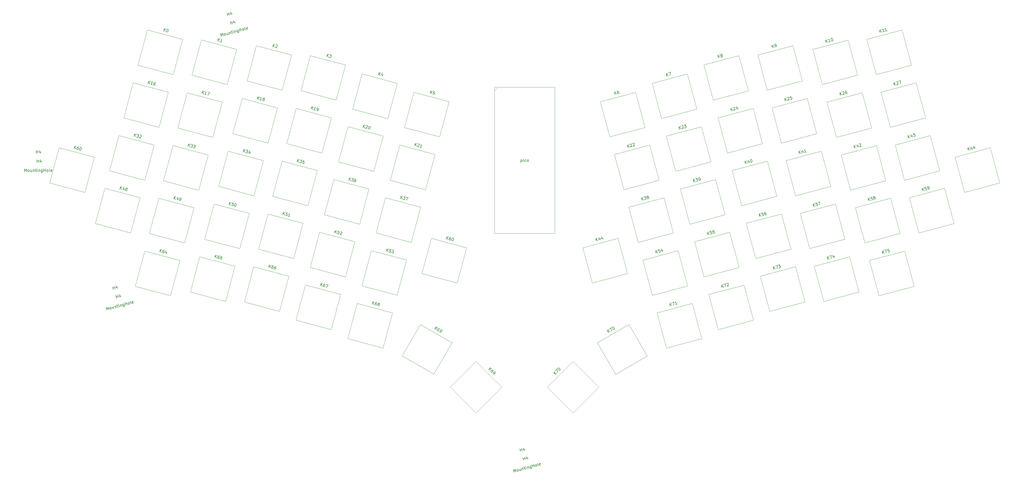
<source format=gbr>
G04 #@! TF.GenerationSoftware,KiCad,Pcbnew,8.0.2*
G04 #@! TF.CreationDate,2024-05-24T22:26:47+01:00*
G04 #@! TF.ProjectId,Phoenixia3,50686f65-6e69-4786-9961-332e6b696361,1*
G04 #@! TF.SameCoordinates,Original*
G04 #@! TF.FileFunction,AssemblyDrawing,Top*
%FSLAX46Y46*%
G04 Gerber Fmt 4.6, Leading zero omitted, Abs format (unit mm)*
G04 Created by KiCad (PCBNEW 8.0.2) date 2024-05-24 22:26:47*
%MOMM*%
%LPD*%
G01*
G04 APERTURE LIST*
%ADD10C,0.150000*%
%ADD11C,0.100000*%
%ADD12C,0.120000*%
G04 APERTURE END LIST*
D10*
X232319727Y-158839178D02*
X232060908Y-157873252D01*
X232871685Y-158691282D02*
X232309820Y-158250246D01*
X232612866Y-157725356D02*
X232208805Y-158425210D01*
X233527075Y-157825486D02*
X233699621Y-158469437D01*
X233198495Y-157519138D02*
X233153384Y-158270709D01*
X233153384Y-158270709D02*
X233751338Y-158110487D01*
X234447005Y-157578992D02*
X234619551Y-158222942D01*
X234118425Y-157272644D02*
X234073313Y-158024214D01*
X234073313Y-158024214D02*
X234671267Y-157863993D01*
X85172703Y-144226192D02*
X85431522Y-143260266D01*
X85724660Y-144374088D02*
X85458589Y-143711208D01*
X85983479Y-143408162D02*
X85283625Y-143812223D01*
X86725143Y-143951983D02*
X86552597Y-144595933D01*
X86593758Y-143522387D02*
X86178905Y-144150711D01*
X86178905Y-144150711D02*
X86776859Y-144310932D01*
X87104554Y-144743830D02*
X87288540Y-144793129D01*
X87288540Y-144793129D02*
X87392858Y-144771782D01*
X87392858Y-144771782D02*
X87451179Y-144738110D01*
X87451179Y-144738110D02*
X87580146Y-144624770D01*
X87580146Y-144624770D02*
X87675442Y-144453109D01*
X87675442Y-144453109D02*
X87774039Y-144085137D01*
X87774039Y-144085137D02*
X87752692Y-143980819D01*
X87752692Y-143980819D02*
X87719020Y-143922498D01*
X87719020Y-143922498D02*
X87639352Y-143851852D01*
X87639352Y-143851852D02*
X87455366Y-143802553D01*
X87455366Y-143802553D02*
X87351049Y-143823900D01*
X87351049Y-143823900D02*
X87292728Y-143857572D01*
X87292728Y-143857572D02*
X87222082Y-143937240D01*
X87222082Y-143937240D02*
X87160458Y-144167223D01*
X87160458Y-144167223D02*
X87181805Y-144271540D01*
X87181805Y-144271540D02*
X87215477Y-144329862D01*
X87215477Y-144329862D02*
X87295145Y-144400507D01*
X87295145Y-144400507D02*
X87479131Y-144449806D01*
X87479131Y-144449806D02*
X87583449Y-144428459D01*
X87583449Y-144428459D02*
X87641770Y-144394788D01*
X87641770Y-144394788D02*
X87712416Y-144315119D01*
X327185392Y-144856704D02*
X326926573Y-143890778D01*
X327737350Y-144708808D02*
X327175485Y-144267772D01*
X327478531Y-143742882D02*
X327074470Y-144442736D01*
X328352464Y-143508712D02*
X327892499Y-143631959D01*
X327892499Y-143631959D02*
X327969750Y-144104249D01*
X327969750Y-144104249D02*
X328003422Y-144045928D01*
X328003422Y-144045928D02*
X328083090Y-143975282D01*
X328083090Y-143975282D02*
X328313072Y-143913658D01*
X328313072Y-143913658D02*
X328417390Y-143935005D01*
X328417390Y-143935005D02*
X328475711Y-143968677D01*
X328475711Y-143968677D02*
X328546357Y-144048345D01*
X328546357Y-144048345D02*
X328607980Y-144278327D01*
X328607980Y-144278327D02*
X328586633Y-144382645D01*
X328586633Y-144382645D02*
X328552962Y-144440966D01*
X328552962Y-144440966D02*
X328473293Y-144511612D01*
X328473293Y-144511612D02*
X328243311Y-144573236D01*
X328243311Y-144573236D02*
X328138993Y-144551889D01*
X328138993Y-144551889D02*
X328080672Y-144518217D01*
X329061340Y-143762459D02*
X328957023Y-143741112D01*
X328957023Y-143741112D02*
X328898702Y-143707440D01*
X328898702Y-143707440D02*
X328828056Y-143627772D01*
X328828056Y-143627772D02*
X328815731Y-143581776D01*
X328815731Y-143581776D02*
X328837078Y-143477458D01*
X328837078Y-143477458D02*
X328870750Y-143419137D01*
X328870750Y-143419137D02*
X328950418Y-143348491D01*
X328950418Y-143348491D02*
X329134404Y-143299192D01*
X329134404Y-143299192D02*
X329238721Y-143320539D01*
X329238721Y-143320539D02*
X329297043Y-143354211D01*
X329297043Y-143354211D02*
X329367689Y-143433879D01*
X329367689Y-143433879D02*
X329380013Y-143479875D01*
X329380013Y-143479875D02*
X329358666Y-143584193D01*
X329358666Y-143584193D02*
X329324994Y-143642514D01*
X329324994Y-143642514D02*
X329245326Y-143713160D01*
X329245326Y-143713160D02*
X329061340Y-143762459D01*
X329061340Y-143762459D02*
X328981672Y-143833105D01*
X328981672Y-143833105D02*
X328948000Y-143891426D01*
X328948000Y-143891426D02*
X328926653Y-143995744D01*
X328926653Y-143995744D02*
X328975952Y-144179730D01*
X328975952Y-144179730D02*
X329046598Y-144259398D01*
X329046598Y-144259398D02*
X329104919Y-144293070D01*
X329104919Y-144293070D02*
X329209237Y-144314417D01*
X329209237Y-144314417D02*
X329393223Y-144265118D01*
X329393223Y-144265118D02*
X329472891Y-144194472D01*
X329472891Y-144194472D02*
X329506563Y-144136151D01*
X329506563Y-144136151D02*
X329527910Y-144031833D01*
X329527910Y-144031833D02*
X329478611Y-143847847D01*
X329478611Y-143847847D02*
X329407965Y-143768179D01*
X329407965Y-143768179D02*
X329349644Y-143734507D01*
X329349644Y-143734507D02*
X329245326Y-143713160D01*
X243329240Y-126290954D02*
X243070421Y-125325028D01*
X243881198Y-126143058D02*
X243319333Y-125702022D01*
X243622379Y-125177132D02*
X243218318Y-125876986D01*
X244015000Y-125170527D02*
X244048672Y-125112206D01*
X244048672Y-125112206D02*
X244128340Y-125041560D01*
X244128340Y-125041560D02*
X244358322Y-124979936D01*
X244358322Y-124979936D02*
X244462640Y-125001283D01*
X244462640Y-125001283D02*
X244520961Y-125034955D01*
X244520961Y-125034955D02*
X244591607Y-125114623D01*
X244591607Y-125114623D02*
X244616257Y-125206616D01*
X244616257Y-125206616D02*
X244607234Y-125356930D01*
X244607234Y-125356930D02*
X244203173Y-126056785D01*
X244203173Y-126056785D02*
X244801127Y-125896563D01*
X244934930Y-124924033D02*
X244968601Y-124865712D01*
X244968601Y-124865712D02*
X245048269Y-124795066D01*
X245048269Y-124795066D02*
X245278252Y-124733442D01*
X245278252Y-124733442D02*
X245382569Y-124754789D01*
X245382569Y-124754789D02*
X245440891Y-124788461D01*
X245440891Y-124788461D02*
X245511537Y-124868129D01*
X245511537Y-124868129D02*
X245536186Y-124960122D01*
X245536186Y-124960122D02*
X245527164Y-125110436D01*
X245527164Y-125110436D02*
X245123103Y-125810290D01*
X245123103Y-125810290D02*
X245721057Y-125650069D01*
X317324381Y-108054934D02*
X317065562Y-107089008D01*
X317876339Y-107907038D02*
X317314474Y-107466002D01*
X317617520Y-106941112D02*
X317213459Y-107640966D01*
X318010141Y-106934507D02*
X318043813Y-106876186D01*
X318043813Y-106876186D02*
X318123481Y-106805540D01*
X318123481Y-106805540D02*
X318353463Y-106743916D01*
X318353463Y-106743916D02*
X318457781Y-106765263D01*
X318457781Y-106765263D02*
X318516102Y-106798935D01*
X318516102Y-106798935D02*
X318586748Y-106878603D01*
X318586748Y-106878603D02*
X318611398Y-106970596D01*
X318611398Y-106970596D02*
X318602375Y-107120910D01*
X318602375Y-107120910D02*
X318198314Y-107820765D01*
X318198314Y-107820765D02*
X318796268Y-107660543D01*
X319365386Y-106472773D02*
X319181400Y-106522071D01*
X319181400Y-106522071D02*
X319101732Y-106592717D01*
X319101732Y-106592717D02*
X319068060Y-106651039D01*
X319068060Y-106651039D02*
X319013041Y-106813677D01*
X319013041Y-106813677D02*
X319016344Y-107009988D01*
X319016344Y-107009988D02*
X319114941Y-107377960D01*
X319114941Y-107377960D02*
X319185587Y-107457628D01*
X319185587Y-107457628D02*
X319243908Y-107491300D01*
X319243908Y-107491300D02*
X319348226Y-107512647D01*
X319348226Y-107512647D02*
X319532212Y-107463348D01*
X319532212Y-107463348D02*
X319611880Y-107392702D01*
X319611880Y-107392702D02*
X319645552Y-107334381D01*
X319645552Y-107334381D02*
X319666899Y-107230063D01*
X319666899Y-107230063D02*
X319605275Y-107000081D01*
X319605275Y-107000081D02*
X319534629Y-106920413D01*
X319534629Y-106920413D02*
X319476308Y-106886741D01*
X319476308Y-106886741D02*
X319371991Y-106865394D01*
X319371991Y-106865394D02*
X319188005Y-106914693D01*
X319188005Y-106914693D02*
X319108336Y-106985339D01*
X319108336Y-106985339D02*
X319074665Y-107043660D01*
X319074665Y-107043660D02*
X319053318Y-107147977D01*
X312926125Y-165243947D02*
X312667306Y-164278021D01*
X313478083Y-165096051D02*
X312916218Y-164655015D01*
X313219264Y-164130125D02*
X312815203Y-164829979D01*
X313541239Y-164043852D02*
X314185190Y-163871306D01*
X314185190Y-163871306D02*
X314030041Y-164948154D01*
X315053403Y-163983761D02*
X315225949Y-164627711D01*
X314724823Y-163677413D02*
X314679711Y-164428983D01*
X314679711Y-164428983D02*
X315277665Y-164268762D01*
X90103208Y-125825297D02*
X90362027Y-124859371D01*
X90655165Y-125973193D02*
X90389094Y-125310313D01*
X90913984Y-125007267D02*
X90214130Y-125411328D01*
X91235960Y-125093540D02*
X91833914Y-125253762D01*
X91833914Y-125253762D02*
X91413341Y-125535461D01*
X91413341Y-125535461D02*
X91551330Y-125572435D01*
X91551330Y-125572435D02*
X91630998Y-125643081D01*
X91630998Y-125643081D02*
X91664670Y-125701402D01*
X91664670Y-125701402D02*
X91686017Y-125805719D01*
X91686017Y-125805719D02*
X91624394Y-126035702D01*
X91624394Y-126035702D02*
X91553748Y-126115370D01*
X91553748Y-126115370D02*
X91495426Y-126149042D01*
X91495426Y-126149042D02*
X91391109Y-126170389D01*
X91391109Y-126170389D02*
X91115130Y-126096440D01*
X91115130Y-126096440D02*
X91035462Y-126025795D01*
X91035462Y-126025795D02*
X91001790Y-125967473D01*
X92155889Y-125340035D02*
X92753843Y-125500256D01*
X92753843Y-125500256D02*
X92333270Y-125781955D01*
X92333270Y-125781955D02*
X92471260Y-125818929D01*
X92471260Y-125818929D02*
X92550928Y-125889575D01*
X92550928Y-125889575D02*
X92584599Y-125947896D01*
X92584599Y-125947896D02*
X92605947Y-126052214D01*
X92605947Y-126052214D02*
X92544323Y-126282196D01*
X92544323Y-126282196D02*
X92473677Y-126361864D01*
X92473677Y-126361864D02*
X92415356Y-126395536D01*
X92415356Y-126395536D02*
X92311038Y-126416883D01*
X92311038Y-126416883D02*
X92035059Y-126342935D01*
X92035059Y-126342935D02*
X91955391Y-126272289D01*
X91955391Y-126272289D02*
X91921719Y-126213968D01*
X76244267Y-103944054D02*
X76503086Y-102978128D01*
X76796224Y-104091950D02*
X76530153Y-103429070D01*
X77055043Y-103126024D02*
X76355189Y-103530085D01*
X77716154Y-104338445D02*
X77164196Y-104190548D01*
X77440175Y-104264496D02*
X77698994Y-103298570D01*
X77698994Y-103298570D02*
X77570027Y-103411910D01*
X77570027Y-103411910D02*
X77453384Y-103479254D01*
X77453384Y-103479254D02*
X77349067Y-103500601D01*
X78802909Y-103594364D02*
X78618923Y-103545065D01*
X78618923Y-103545065D02*
X78514606Y-103566412D01*
X78514606Y-103566412D02*
X78456284Y-103600084D01*
X78456284Y-103600084D02*
X78327317Y-103713424D01*
X78327317Y-103713424D02*
X78232022Y-103885085D01*
X78232022Y-103885085D02*
X78133424Y-104253056D01*
X78133424Y-104253056D02*
X78154771Y-104357374D01*
X78154771Y-104357374D02*
X78188443Y-104415695D01*
X78188443Y-104415695D02*
X78268111Y-104486341D01*
X78268111Y-104486341D02*
X78452097Y-104535640D01*
X78452097Y-104535640D02*
X78556415Y-104514293D01*
X78556415Y-104514293D02*
X78614736Y-104480621D01*
X78614736Y-104480621D02*
X78685382Y-104400953D01*
X78685382Y-104400953D02*
X78747006Y-104170971D01*
X78747006Y-104170971D02*
X78725658Y-104066653D01*
X78725658Y-104066653D02*
X78691987Y-104008332D01*
X78691987Y-104008332D02*
X78612319Y-103937686D01*
X78612319Y-103937686D02*
X78428333Y-103888387D01*
X78428333Y-103888387D02*
X78324015Y-103909734D01*
X78324015Y-103909734D02*
X78265694Y-103943406D01*
X78265694Y-103943406D02*
X78195048Y-104023074D01*
X109311817Y-127790416D02*
X109570636Y-126824490D01*
X109863774Y-127938312D02*
X109597703Y-127275432D01*
X110122593Y-126972386D02*
X109422739Y-127376447D01*
X110444569Y-127058659D02*
X111042523Y-127218881D01*
X111042523Y-127218881D02*
X110621950Y-127500580D01*
X110621950Y-127500580D02*
X110759939Y-127537554D01*
X110759939Y-127537554D02*
X110839607Y-127608200D01*
X110839607Y-127608200D02*
X110873279Y-127666521D01*
X110873279Y-127666521D02*
X110894626Y-127770838D01*
X110894626Y-127770838D02*
X110833003Y-128000821D01*
X110833003Y-128000821D02*
X110762357Y-128080489D01*
X110762357Y-128080489D02*
X110704035Y-128114161D01*
X110704035Y-128114161D02*
X110599718Y-128135508D01*
X110599718Y-128135508D02*
X110323739Y-128061559D01*
X110323739Y-128061559D02*
X110244071Y-127990914D01*
X110244071Y-127990914D02*
X110210399Y-127932592D01*
X111784186Y-127762701D02*
X111611640Y-128406652D01*
X111652802Y-127333106D02*
X111237948Y-127961429D01*
X111237948Y-127961429D02*
X111835903Y-128121650D01*
X81644155Y-85655786D02*
X81902974Y-84689860D01*
X82196112Y-85803683D02*
X81930041Y-85140803D01*
X82454932Y-84837757D02*
X81755077Y-85241818D01*
X83052886Y-84997978D02*
X83144879Y-85022628D01*
X83144879Y-85022628D02*
X83224547Y-85093273D01*
X83224547Y-85093273D02*
X83258219Y-85151595D01*
X83258219Y-85151595D02*
X83279566Y-85255912D01*
X83279566Y-85255912D02*
X83276263Y-85452223D01*
X83276263Y-85452223D02*
X83214640Y-85682205D01*
X83214640Y-85682205D02*
X83119344Y-85853866D01*
X83119344Y-85853866D02*
X83048698Y-85933535D01*
X83048698Y-85933535D02*
X82990377Y-85967206D01*
X82990377Y-85967206D02*
X82886060Y-85988553D01*
X82886060Y-85988553D02*
X82794067Y-85963904D01*
X82794067Y-85963904D02*
X82714398Y-85893258D01*
X82714398Y-85893258D02*
X82680727Y-85834937D01*
X82680727Y-85834937D02*
X82659380Y-85730619D01*
X82659380Y-85730619D02*
X82662682Y-85534309D01*
X82662682Y-85534309D02*
X82724306Y-85304326D01*
X82724306Y-85304326D02*
X82819601Y-85132665D01*
X82819601Y-85132665D02*
X82890247Y-85052997D01*
X82890247Y-85052997D02*
X82948568Y-85019325D01*
X82948568Y-85019325D02*
X83052886Y-84997978D01*
X331183336Y-86173683D02*
X330924517Y-85207757D01*
X331735294Y-86025787D02*
X331173429Y-85584751D01*
X331476475Y-85059861D02*
X331072414Y-85759715D01*
X332655223Y-85779292D02*
X332103266Y-85927189D01*
X332379245Y-85853241D02*
X332120425Y-84887315D01*
X332120425Y-84887315D02*
X332065407Y-85049954D01*
X332065407Y-85049954D02*
X331998063Y-85166596D01*
X331998063Y-85166596D02*
X331918395Y-85237242D01*
X333575153Y-85532798D02*
X333023195Y-85680695D01*
X333299174Y-85606746D02*
X333040355Y-84640820D01*
X333040355Y-84640820D02*
X332985336Y-84803459D01*
X332985336Y-84803459D02*
X332917993Y-84920102D01*
X332917993Y-84920102D02*
X332838324Y-84990748D01*
X118227299Y-168071858D02*
X118486118Y-167105932D01*
X118779256Y-168219754D02*
X118513185Y-167556874D01*
X119038075Y-167253828D02*
X118338221Y-167657889D01*
X119866012Y-167475673D02*
X119682026Y-167426374D01*
X119682026Y-167426374D02*
X119577708Y-167447722D01*
X119577708Y-167447722D02*
X119519387Y-167481393D01*
X119519387Y-167481393D02*
X119390420Y-167594733D01*
X119390420Y-167594733D02*
X119295125Y-167766394D01*
X119295125Y-167766394D02*
X119196527Y-168134366D01*
X119196527Y-168134366D02*
X119217874Y-168238684D01*
X119217874Y-168238684D02*
X119251546Y-168297005D01*
X119251546Y-168297005D02*
X119331214Y-168367651D01*
X119331214Y-168367651D02*
X119515200Y-168416950D01*
X119515200Y-168416950D02*
X119619517Y-168395603D01*
X119619517Y-168395603D02*
X119677839Y-168361931D01*
X119677839Y-168361931D02*
X119748485Y-168282263D01*
X119748485Y-168282263D02*
X119810108Y-168052280D01*
X119810108Y-168052280D02*
X119788761Y-167947963D01*
X119788761Y-167947963D02*
X119755089Y-167889642D01*
X119755089Y-167889642D02*
X119675421Y-167818996D01*
X119675421Y-167818996D02*
X119491435Y-167769697D01*
X119491435Y-167769697D02*
X119387118Y-167791044D01*
X119387118Y-167791044D02*
X119328796Y-167824716D01*
X119328796Y-167824716D02*
X119258150Y-167904384D01*
X120785941Y-167722168D02*
X120601955Y-167672869D01*
X120601955Y-167672869D02*
X120497638Y-167694216D01*
X120497638Y-167694216D02*
X120439316Y-167727888D01*
X120439316Y-167727888D02*
X120310349Y-167841228D01*
X120310349Y-167841228D02*
X120215054Y-168012889D01*
X120215054Y-168012889D02*
X120116456Y-168380860D01*
X120116456Y-168380860D02*
X120137803Y-168485178D01*
X120137803Y-168485178D02*
X120171475Y-168543499D01*
X120171475Y-168543499D02*
X120251143Y-168614145D01*
X120251143Y-168614145D02*
X120435129Y-168663444D01*
X120435129Y-168663444D02*
X120539447Y-168642097D01*
X120539447Y-168642097D02*
X120597768Y-168608425D01*
X120597768Y-168608425D02*
X120668414Y-168528757D01*
X120668414Y-168528757D02*
X120730038Y-168298775D01*
X120730038Y-168298775D02*
X120708690Y-168194457D01*
X120708690Y-168194457D02*
X120675019Y-168136136D01*
X120675019Y-168136136D02*
X120595351Y-168065490D01*
X120595351Y-168065490D02*
X120411365Y-168016191D01*
X120411365Y-168016191D02*
X120307047Y-168037538D01*
X120307047Y-168037538D02*
X120248726Y-168071210D01*
X120248726Y-168071210D02*
X120178080Y-168150878D01*
X146104171Y-137662044D02*
X146362990Y-136696118D01*
X146656128Y-137809940D02*
X146390057Y-137147060D01*
X146914947Y-136844014D02*
X146215093Y-137248075D01*
X147236923Y-136930287D02*
X147834877Y-137090509D01*
X147834877Y-137090509D02*
X147414304Y-137372208D01*
X147414304Y-137372208D02*
X147552293Y-137409182D01*
X147552293Y-137409182D02*
X147631961Y-137479828D01*
X147631961Y-137479828D02*
X147665633Y-137538149D01*
X147665633Y-137538149D02*
X147686980Y-137642466D01*
X147686980Y-137642466D02*
X147625357Y-137872449D01*
X147625357Y-137872449D02*
X147554711Y-137952117D01*
X147554711Y-137952117D02*
X147496389Y-137985789D01*
X147496389Y-137985789D02*
X147392072Y-138007136D01*
X147392072Y-138007136D02*
X147116093Y-137933187D01*
X147116093Y-137933187D02*
X147036425Y-137862542D01*
X147036425Y-137862542D02*
X147002753Y-137804220D01*
X148662813Y-137312354D02*
X148478827Y-137263055D01*
X148478827Y-137263055D02*
X148374510Y-137284402D01*
X148374510Y-137284402D02*
X148316188Y-137318074D01*
X148316188Y-137318074D02*
X148187221Y-137431414D01*
X148187221Y-137431414D02*
X148091926Y-137603075D01*
X148091926Y-137603075D02*
X147993328Y-137971046D01*
X147993328Y-137971046D02*
X148014675Y-138075364D01*
X148014675Y-138075364D02*
X148048347Y-138133685D01*
X148048347Y-138133685D02*
X148128015Y-138204331D01*
X148128015Y-138204331D02*
X148312001Y-138253630D01*
X148312001Y-138253630D02*
X148416319Y-138232283D01*
X148416319Y-138232283D02*
X148474640Y-138198611D01*
X148474640Y-138198611D02*
X148545286Y-138118943D01*
X148545286Y-138118943D02*
X148606910Y-137888961D01*
X148606910Y-137888961D02*
X148585562Y-137784643D01*
X148585562Y-137784643D02*
X148551891Y-137726322D01*
X148551891Y-137726322D02*
X148472223Y-137655676D01*
X148472223Y-137655676D02*
X148288237Y-137606377D01*
X148288237Y-137606377D02*
X148183919Y-137627724D01*
X148183919Y-137627724D02*
X148125598Y-137661396D01*
X148125598Y-137661396D02*
X148054952Y-137741064D01*
X238858707Y-107766830D02*
X238599887Y-106800904D01*
X239410664Y-107618933D02*
X238848799Y-107177898D01*
X239151845Y-106653008D02*
X238747784Y-107352862D01*
X239979782Y-106431163D02*
X239795796Y-106480461D01*
X239795796Y-106480461D02*
X239716127Y-106551107D01*
X239716127Y-106551107D02*
X239682456Y-106609429D01*
X239682456Y-106609429D02*
X239627437Y-106772067D01*
X239627437Y-106772067D02*
X239630739Y-106968378D01*
X239630739Y-106968378D02*
X239729337Y-107336350D01*
X239729337Y-107336350D02*
X239799983Y-107416018D01*
X239799983Y-107416018D02*
X239858304Y-107449690D01*
X239858304Y-107449690D02*
X239962622Y-107471037D01*
X239962622Y-107471037D02*
X240146608Y-107421738D01*
X240146608Y-107421738D02*
X240226276Y-107351092D01*
X240226276Y-107351092D02*
X240259948Y-107292771D01*
X240259948Y-107292771D02*
X240281295Y-107188453D01*
X240281295Y-107188453D02*
X240219671Y-106958471D01*
X240219671Y-106958471D02*
X240149025Y-106878803D01*
X240149025Y-106878803D02*
X240090704Y-106845131D01*
X240090704Y-106845131D02*
X239986386Y-106823784D01*
X239986386Y-106823784D02*
X239802400Y-106873083D01*
X239802400Y-106873083D02*
X239722732Y-106943729D01*
X239722732Y-106943729D02*
X239689060Y-107002050D01*
X239689060Y-107002050D02*
X239667713Y-107106367D01*
X312391040Y-89667958D02*
X312132221Y-88702032D01*
X312942998Y-89520062D02*
X312381133Y-89079026D01*
X312684179Y-88554136D02*
X312280118Y-89253990D01*
X313862927Y-89273567D02*
X313310970Y-89421464D01*
X313586949Y-89347516D02*
X313328129Y-88381590D01*
X313328129Y-88381590D02*
X313273111Y-88544229D01*
X313273111Y-88544229D02*
X313205767Y-88660871D01*
X313205767Y-88660871D02*
X313126099Y-88731517D01*
X314202062Y-88147420D02*
X314294055Y-88122771D01*
X314294055Y-88122771D02*
X314398373Y-88144118D01*
X314398373Y-88144118D02*
X314456694Y-88177790D01*
X314456694Y-88177790D02*
X314527340Y-88257458D01*
X314527340Y-88257458D02*
X314622635Y-88429119D01*
X314622635Y-88429119D02*
X314684259Y-88659101D01*
X314684259Y-88659101D02*
X314687561Y-88855412D01*
X314687561Y-88855412D02*
X314666214Y-88959729D01*
X314666214Y-88959729D02*
X314632543Y-89018051D01*
X314632543Y-89018051D02*
X314552874Y-89088697D01*
X314552874Y-89088697D02*
X314460881Y-89113346D01*
X314460881Y-89113346D02*
X314356564Y-89091999D01*
X314356564Y-89091999D02*
X314298243Y-89058327D01*
X314298243Y-89058327D02*
X314227597Y-88978659D01*
X314227597Y-88978659D02*
X314132301Y-88806998D01*
X314132301Y-88806998D02*
X314070678Y-88577015D01*
X314070678Y-88577015D02*
X314067375Y-88380705D01*
X314067375Y-88380705D02*
X314088722Y-88276387D01*
X314088722Y-88276387D02*
X314122394Y-88218066D01*
X314122394Y-88218066D02*
X314202062Y-88147420D01*
X64137110Y-175739414D02*
X63878291Y-174773489D01*
X64001538Y-175233453D02*
X64553496Y-175085557D01*
X64689067Y-175591518D02*
X64430248Y-174625592D01*
X65390454Y-174713398D02*
X65563000Y-175357348D01*
X65061874Y-174407050D02*
X65016763Y-175158620D01*
X65016763Y-175158620D02*
X65614717Y-174998399D01*
X61906850Y-182962779D02*
X61648031Y-181996853D01*
X61648031Y-181996853D02*
X62154877Y-182600527D01*
X62154877Y-182600527D02*
X62291981Y-181824307D01*
X62291981Y-181824307D02*
X62550800Y-182790233D01*
X63148754Y-182630012D02*
X63044437Y-182608665D01*
X63044437Y-182608665D02*
X62986116Y-182574993D01*
X62986116Y-182574993D02*
X62915470Y-182495325D01*
X62915470Y-182495325D02*
X62841521Y-182219346D01*
X62841521Y-182219346D02*
X62862868Y-182115028D01*
X62862868Y-182115028D02*
X62896540Y-182056707D01*
X62896540Y-182056707D02*
X62976208Y-181986061D01*
X62976208Y-181986061D02*
X63114198Y-181949087D01*
X63114198Y-181949087D02*
X63218515Y-181970434D01*
X63218515Y-181970434D02*
X63276837Y-182004106D01*
X63276837Y-182004106D02*
X63347482Y-182083774D01*
X63347482Y-182083774D02*
X63421431Y-182359753D01*
X63421431Y-182359753D02*
X63400084Y-182464071D01*
X63400084Y-182464071D02*
X63366412Y-182522392D01*
X63366412Y-182522392D02*
X63286744Y-182593038D01*
X63286744Y-182593038D02*
X63148754Y-182630012D01*
X64126120Y-181677943D02*
X64298666Y-182321894D01*
X63712152Y-181788866D02*
X63847724Y-182294827D01*
X63847724Y-182294827D02*
X63918370Y-182374495D01*
X63918370Y-182374495D02*
X64022687Y-182395842D01*
X64022687Y-182395842D02*
X64160677Y-182358868D01*
X64160677Y-182358868D02*
X64240345Y-182288222D01*
X64240345Y-182288222D02*
X64274017Y-182229901D01*
X64586085Y-181554696D02*
X64758631Y-182198647D01*
X64610734Y-181646689D02*
X64644406Y-181588368D01*
X64644406Y-181588368D02*
X64724074Y-181517722D01*
X64724074Y-181517722D02*
X64862064Y-181480748D01*
X64862064Y-181480748D02*
X64966381Y-181502095D01*
X64966381Y-181502095D02*
X65037027Y-181581763D01*
X65037027Y-181581763D02*
X65172599Y-182087724D01*
X65322028Y-181357501D02*
X65690000Y-181258903D01*
X65373745Y-180998551D02*
X65595590Y-181826488D01*
X65595590Y-181826488D02*
X65666236Y-181906156D01*
X65666236Y-181906156D02*
X65770553Y-181927503D01*
X65770553Y-181927503D02*
X65862546Y-181902853D01*
X66184522Y-181816580D02*
X66011976Y-181172630D01*
X65925703Y-180850654D02*
X65892031Y-180908976D01*
X65892031Y-180908976D02*
X65950352Y-180942647D01*
X65950352Y-180942647D02*
X65984024Y-180884326D01*
X65984024Y-180884326D02*
X65925703Y-180850654D01*
X65925703Y-180850654D02*
X65950352Y-180942647D01*
X66471940Y-181049383D02*
X66644486Y-181693333D01*
X66496590Y-181141376D02*
X66530261Y-181083054D01*
X66530261Y-181083054D02*
X66609930Y-181012409D01*
X66609930Y-181012409D02*
X66747919Y-180975434D01*
X66747919Y-180975434D02*
X66852237Y-180996781D01*
X66852237Y-180996781D02*
X66922882Y-181076450D01*
X66922882Y-181076450D02*
X67058454Y-181582411D01*
X67759841Y-180704291D02*
X67969361Y-181486231D01*
X67969361Y-181486231D02*
X67948014Y-181590548D01*
X67948014Y-181590548D02*
X67914343Y-181648869D01*
X67914343Y-181648869D02*
X67834674Y-181719515D01*
X67834674Y-181719515D02*
X67696685Y-181756489D01*
X67696685Y-181756489D02*
X67592367Y-181735142D01*
X67920063Y-181302245D02*
X67840394Y-181372891D01*
X67840394Y-181372891D02*
X67656409Y-181422189D01*
X67656409Y-181422189D02*
X67552091Y-181400842D01*
X67552091Y-181400842D02*
X67493770Y-181367171D01*
X67493770Y-181367171D02*
X67423124Y-181287502D01*
X67423124Y-181287502D02*
X67349175Y-181011524D01*
X67349175Y-181011524D02*
X67370523Y-180907206D01*
X67370523Y-180907206D02*
X67404194Y-180848885D01*
X67404194Y-180848885D02*
X67483862Y-180778239D01*
X67483862Y-180778239D02*
X67667848Y-180728940D01*
X67667848Y-180728940D02*
X67772166Y-180750287D01*
X68392352Y-181224994D02*
X68133533Y-180259068D01*
X68256780Y-180719033D02*
X68808738Y-180571136D01*
X68944310Y-181077097D02*
X68685491Y-180111172D01*
X69542264Y-180916876D02*
X69437946Y-180895529D01*
X69437946Y-180895529D02*
X69379625Y-180861857D01*
X69379625Y-180861857D02*
X69308979Y-180782189D01*
X69308979Y-180782189D02*
X69235031Y-180506210D01*
X69235031Y-180506210D02*
X69256378Y-180401893D01*
X69256378Y-180401893D02*
X69290050Y-180343571D01*
X69290050Y-180343571D02*
X69369718Y-180272926D01*
X69369718Y-180272926D02*
X69507707Y-180235951D01*
X69507707Y-180235951D02*
X69612025Y-180257298D01*
X69612025Y-180257298D02*
X69670346Y-180290970D01*
X69670346Y-180290970D02*
X69740992Y-180370638D01*
X69740992Y-180370638D02*
X69814940Y-180646617D01*
X69814940Y-180646617D02*
X69793593Y-180750935D01*
X69793593Y-180750935D02*
X69759921Y-180809256D01*
X69759921Y-180809256D02*
X69680253Y-180879902D01*
X69680253Y-180879902D02*
X69542264Y-180916876D01*
X70416197Y-180682706D02*
X70311879Y-180661359D01*
X70311879Y-180661359D02*
X70241233Y-180581691D01*
X70241233Y-180581691D02*
X70019388Y-179753755D01*
X71139816Y-180439514D02*
X71060148Y-180510160D01*
X71060148Y-180510160D02*
X70876162Y-180559459D01*
X70876162Y-180559459D02*
X70771844Y-180538112D01*
X70771844Y-180538112D02*
X70701198Y-180458444D01*
X70701198Y-180458444D02*
X70602601Y-180090472D01*
X70602601Y-180090472D02*
X70623948Y-179986155D01*
X70623948Y-179986155D02*
X70703616Y-179915509D01*
X70703616Y-179915509D02*
X70887602Y-179866210D01*
X70887602Y-179866210D02*
X70991919Y-179887557D01*
X70991919Y-179887557D02*
X71062565Y-179967225D01*
X71062565Y-179967225D02*
X71087215Y-180059218D01*
X71087215Y-180059218D02*
X70651899Y-180274458D01*
X65255109Y-178752731D02*
X64996290Y-177786806D01*
X65119537Y-178246770D02*
X65671495Y-178098874D01*
X65807066Y-178604835D02*
X65548247Y-177638909D01*
X66508453Y-177726715D02*
X66680999Y-178370665D01*
X66179873Y-177420367D02*
X66134762Y-178171937D01*
X66134762Y-178171937D02*
X66732716Y-178011716D01*
X336113841Y-104574569D02*
X335855022Y-103608643D01*
X336665799Y-104426673D02*
X336103934Y-103985637D01*
X336406980Y-103460747D02*
X336002919Y-104160601D01*
X336799601Y-103454142D02*
X336833273Y-103395821D01*
X336833273Y-103395821D02*
X336912941Y-103325175D01*
X336912941Y-103325175D02*
X337142923Y-103263551D01*
X337142923Y-103263551D02*
X337247241Y-103284898D01*
X337247241Y-103284898D02*
X337305562Y-103318570D01*
X337305562Y-103318570D02*
X337376208Y-103398238D01*
X337376208Y-103398238D02*
X337400858Y-103490231D01*
X337400858Y-103490231D02*
X337391835Y-103640545D01*
X337391835Y-103640545D02*
X336987774Y-104340400D01*
X336987774Y-104340400D02*
X337585728Y-104180178D01*
X337648885Y-103127979D02*
X338292835Y-102955433D01*
X338292835Y-102955433D02*
X338137686Y-104032282D01*
X141183083Y-156052300D02*
X141441902Y-155086374D01*
X141735040Y-156200196D02*
X141468969Y-155537316D01*
X141993859Y-155234270D02*
X141294005Y-155638331D01*
X142867792Y-155468440D02*
X142407828Y-155345193D01*
X142407828Y-155345193D02*
X142238584Y-155792833D01*
X142238584Y-155792833D02*
X142296905Y-155759161D01*
X142296905Y-155759161D02*
X142401223Y-155737814D01*
X142401223Y-155737814D02*
X142631205Y-155799438D01*
X142631205Y-155799438D02*
X142710873Y-155870084D01*
X142710873Y-155870084D02*
X142744545Y-155928405D01*
X142744545Y-155928405D02*
X142765892Y-156032722D01*
X142765892Y-156032722D02*
X142704269Y-156262705D01*
X142704269Y-156262705D02*
X142633623Y-156342373D01*
X142633623Y-156342373D02*
X142575301Y-156376045D01*
X142575301Y-156376045D02*
X142470984Y-156397392D01*
X142470984Y-156397392D02*
X142241001Y-156335768D01*
X142241001Y-156335768D02*
X142161333Y-156265122D01*
X142161333Y-156265122D02*
X142127661Y-156206801D01*
X143257111Y-155671355D02*
X143315432Y-155637684D01*
X143315432Y-155637684D02*
X143419750Y-155616337D01*
X143419750Y-155616337D02*
X143649732Y-155677960D01*
X143649732Y-155677960D02*
X143729400Y-155748606D01*
X143729400Y-155748606D02*
X143763072Y-155806927D01*
X143763072Y-155806927D02*
X143784419Y-155911245D01*
X143784419Y-155911245D02*
X143759770Y-156003238D01*
X143759770Y-156003238D02*
X143676799Y-156128903D01*
X143676799Y-156128903D02*
X142976945Y-156532964D01*
X142976945Y-156532964D02*
X143574899Y-156693185D01*
X194826448Y-203653467D02*
X195533555Y-202946361D01*
X195230509Y-204057528D02*
X195331524Y-203350422D01*
X195937616Y-203350422D02*
X195129494Y-203350422D01*
X196543707Y-203956513D02*
X196409020Y-203821826D01*
X196409020Y-203821826D02*
X196308005Y-203788154D01*
X196308005Y-203788154D02*
X196240662Y-203788154D01*
X196240662Y-203788154D02*
X196072303Y-203821826D01*
X196072303Y-203821826D02*
X195903944Y-203922841D01*
X195903944Y-203922841D02*
X195634570Y-204192215D01*
X195634570Y-204192215D02*
X195600898Y-204293231D01*
X195600898Y-204293231D02*
X195600898Y-204360574D01*
X195600898Y-204360574D02*
X195634570Y-204461589D01*
X195634570Y-204461589D02*
X195769257Y-204596276D01*
X195769257Y-204596276D02*
X195870272Y-204629948D01*
X195870272Y-204629948D02*
X195937616Y-204629948D01*
X195937616Y-204629948D02*
X196038631Y-204596276D01*
X196038631Y-204596276D02*
X196206990Y-204427918D01*
X196206990Y-204427918D02*
X196240662Y-204326902D01*
X196240662Y-204326902D02*
X196240662Y-204259559D01*
X196240662Y-204259559D02*
X196206990Y-204158544D01*
X196206990Y-204158544D02*
X196072303Y-204023857D01*
X196072303Y-204023857D02*
X195971288Y-203990185D01*
X195971288Y-203990185D02*
X195903944Y-203990185D01*
X195903944Y-203990185D02*
X195802929Y-204023857D01*
X196240662Y-205067681D02*
X196375349Y-205202368D01*
X196375349Y-205202368D02*
X196476364Y-205236040D01*
X196476364Y-205236040D02*
X196543708Y-205236040D01*
X196543708Y-205236040D02*
X196712066Y-205202368D01*
X196712066Y-205202368D02*
X196880425Y-205101353D01*
X196880425Y-205101353D02*
X197149799Y-204831979D01*
X197149799Y-204831979D02*
X197183471Y-204730964D01*
X197183471Y-204730964D02*
X197183471Y-204663620D01*
X197183471Y-204663620D02*
X197149799Y-204562605D01*
X197149799Y-204562605D02*
X197015112Y-204427918D01*
X197015112Y-204427918D02*
X196914097Y-204394246D01*
X196914097Y-204394246D02*
X196846753Y-204394246D01*
X196846753Y-204394246D02*
X196745738Y-204427918D01*
X196745738Y-204427918D02*
X196577379Y-204596277D01*
X196577379Y-204596277D02*
X196543708Y-204697292D01*
X196543708Y-204697292D02*
X196543708Y-204764635D01*
X196543708Y-204764635D02*
X196577379Y-204865651D01*
X196577379Y-204865651D02*
X196712066Y-205000338D01*
X196712066Y-205000338D02*
X196813082Y-205034009D01*
X196813082Y-205034009D02*
X196880425Y-205034009D01*
X196880425Y-205034009D02*
X196981440Y-205000338D01*
X276124353Y-175104960D02*
X275865534Y-174139034D01*
X276676311Y-174957064D02*
X276114446Y-174516028D01*
X276417492Y-173991138D02*
X276013431Y-174690992D01*
X276739467Y-173904865D02*
X277383418Y-173732319D01*
X277383418Y-173732319D02*
X277228269Y-174809167D01*
X277730043Y-173738039D02*
X277763714Y-173679718D01*
X277763714Y-173679718D02*
X277843382Y-173609072D01*
X277843382Y-173609072D02*
X278073365Y-173547448D01*
X278073365Y-173547448D02*
X278177682Y-173568795D01*
X278177682Y-173568795D02*
X278236004Y-173602467D01*
X278236004Y-173602467D02*
X278306650Y-173682135D01*
X278306650Y-173682135D02*
X278331299Y-173774128D01*
X278331299Y-173774128D02*
X278322277Y-173924442D01*
X278322277Y-173924442D02*
X277918216Y-174624296D01*
X277918216Y-174624296D02*
X278516170Y-174464075D01*
X361908768Y-127253102D02*
X361649949Y-126287176D01*
X362460726Y-127105206D02*
X361898861Y-126664170D01*
X362201907Y-126139280D02*
X361797846Y-126839134D01*
X363116116Y-126239410D02*
X363288662Y-126883361D01*
X362787536Y-125933062D02*
X362742425Y-126684633D01*
X362742425Y-126684633D02*
X363340379Y-126524411D01*
X364036046Y-125992916D02*
X364208592Y-126636866D01*
X363707466Y-125686568D02*
X363662354Y-126438138D01*
X363662354Y-126438138D02*
X364260308Y-126277917D01*
X164120038Y-144053988D02*
X164378857Y-143088062D01*
X164671995Y-144201884D02*
X164405924Y-143539004D01*
X164930814Y-143235958D02*
X164230960Y-143640019D01*
X165252790Y-143322231D02*
X165850744Y-143482453D01*
X165850744Y-143482453D02*
X165430171Y-143764152D01*
X165430171Y-143764152D02*
X165568160Y-143801126D01*
X165568160Y-143801126D02*
X165647828Y-143871772D01*
X165647828Y-143871772D02*
X165681500Y-143930093D01*
X165681500Y-143930093D02*
X165702847Y-144034410D01*
X165702847Y-144034410D02*
X165641224Y-144264393D01*
X165641224Y-144264393D02*
X165570578Y-144344061D01*
X165570578Y-144344061D02*
X165512256Y-144377733D01*
X165512256Y-144377733D02*
X165407939Y-144399080D01*
X165407939Y-144399080D02*
X165131960Y-144325131D01*
X165131960Y-144325131D02*
X165052292Y-144254486D01*
X165052292Y-144254486D02*
X165018620Y-144196164D01*
X166172719Y-143568726D02*
X166816670Y-143741272D01*
X166816670Y-143741272D02*
X166143882Y-144596275D01*
X261332843Y-119902299D02*
X261074024Y-118936373D01*
X261884801Y-119754403D02*
X261322936Y-119313367D01*
X261625982Y-118788477D02*
X261221921Y-119488331D01*
X262018603Y-118781872D02*
X262052275Y-118723551D01*
X262052275Y-118723551D02*
X262131943Y-118652905D01*
X262131943Y-118652905D02*
X262361925Y-118591281D01*
X262361925Y-118591281D02*
X262466243Y-118612628D01*
X262466243Y-118612628D02*
X262524564Y-118646300D01*
X262524564Y-118646300D02*
X262595210Y-118725968D01*
X262595210Y-118725968D02*
X262619860Y-118817961D01*
X262619860Y-118817961D02*
X262610837Y-118968275D01*
X262610837Y-118968275D02*
X262206776Y-119668130D01*
X262206776Y-119668130D02*
X262804730Y-119507908D01*
X262867887Y-118455709D02*
X263465841Y-118295488D01*
X263465841Y-118295488D02*
X263242463Y-118749733D01*
X263242463Y-118749733D02*
X263380453Y-118712759D01*
X263380453Y-118712759D02*
X263484770Y-118734106D01*
X263484770Y-118734106D02*
X263543091Y-118767778D01*
X263543091Y-118767778D02*
X263613737Y-118847446D01*
X263613737Y-118847446D02*
X263675361Y-119077428D01*
X263675361Y-119077428D02*
X263654014Y-119181746D01*
X263654014Y-119181746D02*
X263620342Y-119240067D01*
X263620342Y-119240067D02*
X263540674Y-119310713D01*
X263540674Y-119310713D02*
X263264695Y-119384661D01*
X263264695Y-119384661D02*
X263160377Y-119363314D01*
X263160377Y-119363314D02*
X263102056Y-119329642D01*
X271196700Y-156690161D02*
X270937881Y-155724235D01*
X271748658Y-156542265D02*
X271186793Y-156101229D01*
X271489839Y-155576339D02*
X271085778Y-156276193D01*
X272363772Y-155342169D02*
X271903807Y-155465416D01*
X271903807Y-155465416D02*
X271981058Y-155937706D01*
X271981058Y-155937706D02*
X272014730Y-155879385D01*
X272014730Y-155879385D02*
X272094398Y-155808739D01*
X272094398Y-155808739D02*
X272324380Y-155747115D01*
X272324380Y-155747115D02*
X272428698Y-155768462D01*
X272428698Y-155768462D02*
X272487019Y-155802134D01*
X272487019Y-155802134D02*
X272557665Y-155881802D01*
X272557665Y-155881802D02*
X272619288Y-156111784D01*
X272619288Y-156111784D02*
X272597941Y-156216102D01*
X272597941Y-156216102D02*
X272564270Y-156274423D01*
X272564270Y-156274423D02*
X272484601Y-156345069D01*
X272484601Y-156345069D02*
X272254619Y-156406693D01*
X272254619Y-156406693D02*
X272150301Y-156385346D01*
X272150301Y-156385346D02*
X272091980Y-156351674D01*
X273283701Y-155095675D02*
X272823737Y-155218922D01*
X272823737Y-155218922D02*
X272900987Y-155691211D01*
X272900987Y-155691211D02*
X272934659Y-155632890D01*
X272934659Y-155632890D02*
X273014327Y-155562244D01*
X273014327Y-155562244D02*
X273244310Y-155500621D01*
X273244310Y-155500621D02*
X273348627Y-155521968D01*
X273348627Y-155521968D02*
X273406948Y-155555640D01*
X273406948Y-155555640D02*
X273477594Y-155635308D01*
X273477594Y-155635308D02*
X273539218Y-155865290D01*
X273539218Y-155865290D02*
X273517871Y-155969608D01*
X273517871Y-155969608D02*
X273484199Y-156027929D01*
X273484199Y-156027929D02*
X273404531Y-156098575D01*
X273404531Y-156098575D02*
X273174549Y-156160198D01*
X273174549Y-156160198D02*
X273070231Y-156138851D01*
X273070231Y-156138851D02*
X273011910Y-156105180D01*
X248259743Y-144691845D02*
X248000924Y-143725919D01*
X248811701Y-144543949D02*
X248249836Y-144102913D01*
X248552882Y-143578023D02*
X248148821Y-144277877D01*
X248874857Y-143491750D02*
X249472811Y-143331528D01*
X249472811Y-143331528D02*
X249249434Y-143785773D01*
X249249434Y-143785773D02*
X249387423Y-143748799D01*
X249387423Y-143748799D02*
X249491741Y-143770146D01*
X249491741Y-143770146D02*
X249550062Y-143803818D01*
X249550062Y-143803818D02*
X249620708Y-143883486D01*
X249620708Y-143883486D02*
X249682331Y-144113468D01*
X249682331Y-144113468D02*
X249660984Y-144217786D01*
X249660984Y-144217786D02*
X249627313Y-144276107D01*
X249627313Y-144276107D02*
X249547644Y-144346753D01*
X249547644Y-144346753D02*
X249271666Y-144420701D01*
X249271666Y-144420701D02*
X249167348Y-144399354D01*
X249167348Y-144399354D02*
X249109027Y-144365683D01*
X250135691Y-143597600D02*
X250031374Y-143576253D01*
X250031374Y-143576253D02*
X249973053Y-143542581D01*
X249973053Y-143542581D02*
X249902407Y-143462913D01*
X249902407Y-143462913D02*
X249890082Y-143416917D01*
X249890082Y-143416917D02*
X249911429Y-143312599D01*
X249911429Y-143312599D02*
X249945101Y-143254278D01*
X249945101Y-143254278D02*
X250024769Y-143183632D01*
X250024769Y-143183632D02*
X250208755Y-143134333D01*
X250208755Y-143134333D02*
X250313072Y-143155680D01*
X250313072Y-143155680D02*
X250371394Y-143189352D01*
X250371394Y-143189352D02*
X250442040Y-143269020D01*
X250442040Y-143269020D02*
X250454364Y-143315016D01*
X250454364Y-143315016D02*
X250433017Y-143419334D01*
X250433017Y-143419334D02*
X250399345Y-143477655D01*
X250399345Y-143477655D02*
X250319677Y-143548301D01*
X250319677Y-143548301D02*
X250135691Y-143597600D01*
X250135691Y-143597600D02*
X250056023Y-143668246D01*
X250056023Y-143668246D02*
X250022351Y-143726567D01*
X250022351Y-143726567D02*
X250001004Y-143830885D01*
X250001004Y-143830885D02*
X250050303Y-144014871D01*
X250050303Y-144014871D02*
X250120949Y-144094539D01*
X250120949Y-144094539D02*
X250179270Y-144128211D01*
X250179270Y-144128211D02*
X250283588Y-144149558D01*
X250283588Y-144149558D02*
X250467574Y-144100259D01*
X250467574Y-144100259D02*
X250547242Y-144029613D01*
X250547242Y-144029613D02*
X250580914Y-143971292D01*
X250580914Y-143971292D02*
X250602261Y-143866974D01*
X250602261Y-143866974D02*
X250552962Y-143682988D01*
X250552962Y-143682988D02*
X250482316Y-143603320D01*
X250482316Y-143603320D02*
X250423995Y-143569648D01*
X250423995Y-143569648D02*
X250319677Y-143548301D01*
X151044093Y-119250532D02*
X151302912Y-118284606D01*
X151596050Y-119398428D02*
X151329979Y-118735548D01*
X151854869Y-118432502D02*
X151155015Y-118836563D01*
X152198192Y-118623093D02*
X152256513Y-118589421D01*
X152256513Y-118589421D02*
X152360830Y-118568074D01*
X152360830Y-118568074D02*
X152590813Y-118629698D01*
X152590813Y-118629698D02*
X152670481Y-118700344D01*
X152670481Y-118700344D02*
X152704153Y-118758665D01*
X152704153Y-118758665D02*
X152725500Y-118862983D01*
X152725500Y-118862983D02*
X152700850Y-118954976D01*
X152700850Y-118954976D02*
X152617880Y-119080640D01*
X152617880Y-119080640D02*
X151918026Y-119484701D01*
X151918026Y-119484701D02*
X152515980Y-119644923D01*
X153372753Y-118839218D02*
X153464746Y-118863868D01*
X153464746Y-118863868D02*
X153544414Y-118934513D01*
X153544414Y-118934513D02*
X153578086Y-118992835D01*
X153578086Y-118992835D02*
X153599433Y-119097152D01*
X153599433Y-119097152D02*
X153596130Y-119293463D01*
X153596130Y-119293463D02*
X153534507Y-119523445D01*
X153534507Y-119523445D02*
X153439211Y-119695106D01*
X153439211Y-119695106D02*
X153368566Y-119774775D01*
X153368566Y-119774775D02*
X153310244Y-119808446D01*
X153310244Y-119808446D02*
X153205927Y-119829793D01*
X153205927Y-119829793D02*
X153113934Y-119805144D01*
X153113934Y-119805144D02*
X153034266Y-119734498D01*
X153034266Y-119734498D02*
X153000594Y-119676177D01*
X153000594Y-119676177D02*
X152979247Y-119571859D01*
X152979247Y-119571859D02*
X152982549Y-119375549D01*
X152982549Y-119375549D02*
X153044173Y-119145566D01*
X153044173Y-119145566D02*
X153139468Y-118973905D01*
X153139468Y-118973905D02*
X153210114Y-118894237D01*
X153210114Y-118894237D02*
X153268435Y-118860565D01*
X153268435Y-118860565D02*
X153372753Y-118839218D01*
X180064189Y-158189472D02*
X180323008Y-157223546D01*
X180616146Y-158337368D02*
X180350075Y-157674488D01*
X180874965Y-157371442D02*
X180175111Y-157775503D01*
X181702902Y-157593287D02*
X181518916Y-157543988D01*
X181518916Y-157543988D02*
X181414598Y-157565336D01*
X181414598Y-157565336D02*
X181356277Y-157599007D01*
X181356277Y-157599007D02*
X181227310Y-157712347D01*
X181227310Y-157712347D02*
X181132015Y-157884008D01*
X181132015Y-157884008D02*
X181033417Y-158251980D01*
X181033417Y-158251980D02*
X181054764Y-158356298D01*
X181054764Y-158356298D02*
X181088436Y-158414619D01*
X181088436Y-158414619D02*
X181168104Y-158485265D01*
X181168104Y-158485265D02*
X181352090Y-158534564D01*
X181352090Y-158534564D02*
X181456407Y-158513217D01*
X181456407Y-158513217D02*
X181514729Y-158479545D01*
X181514729Y-158479545D02*
X181585375Y-158399877D01*
X181585375Y-158399877D02*
X181646998Y-158169894D01*
X181646998Y-158169894D02*
X181625651Y-158065577D01*
X181625651Y-158065577D02*
X181591979Y-158007256D01*
X181591979Y-158007256D02*
X181512311Y-157936610D01*
X181512311Y-157936610D02*
X181328325Y-157887311D01*
X181328325Y-157887311D02*
X181224008Y-157908658D01*
X181224008Y-157908658D02*
X181165686Y-157942330D01*
X181165686Y-157942330D02*
X181095040Y-158021998D01*
X182392849Y-157778158D02*
X182484842Y-157802808D01*
X182484842Y-157802808D02*
X182564510Y-157873453D01*
X182564510Y-157873453D02*
X182598182Y-157931775D01*
X182598182Y-157931775D02*
X182619529Y-158036092D01*
X182619529Y-158036092D02*
X182616226Y-158232403D01*
X182616226Y-158232403D02*
X182554603Y-158462385D01*
X182554603Y-158462385D02*
X182459307Y-158634046D01*
X182459307Y-158634046D02*
X182388662Y-158713715D01*
X182388662Y-158713715D02*
X182330340Y-158747386D01*
X182330340Y-158747386D02*
X182226023Y-158768733D01*
X182226023Y-158768733D02*
X182134030Y-158744084D01*
X182134030Y-158744084D02*
X182054362Y-158673438D01*
X182054362Y-158673438D02*
X182020690Y-158615117D01*
X182020690Y-158615117D02*
X181999343Y-158510799D01*
X181999343Y-158510799D02*
X182002645Y-158314489D01*
X182002645Y-158314489D02*
X182064269Y-158084506D01*
X182064269Y-158084506D02*
X182159564Y-157912845D01*
X182159564Y-157912845D02*
X182230210Y-157833177D01*
X182230210Y-157833177D02*
X182288531Y-157799505D01*
X182288531Y-157799505D02*
X182392849Y-157778158D01*
X169050543Y-125653106D02*
X169309362Y-124687180D01*
X169602500Y-125801002D02*
X169336429Y-125138122D01*
X169861319Y-124835076D02*
X169161465Y-125239137D01*
X170204642Y-125025667D02*
X170262963Y-124991995D01*
X170262963Y-124991995D02*
X170367280Y-124970648D01*
X170367280Y-124970648D02*
X170597263Y-125032272D01*
X170597263Y-125032272D02*
X170676931Y-125102918D01*
X170676931Y-125102918D02*
X170710603Y-125161239D01*
X170710603Y-125161239D02*
X170731950Y-125265557D01*
X170731950Y-125265557D02*
X170707300Y-125357550D01*
X170707300Y-125357550D02*
X170624330Y-125483214D01*
X170624330Y-125483214D02*
X169924476Y-125887275D01*
X169924476Y-125887275D02*
X170522430Y-126047497D01*
X171442359Y-126293991D02*
X170890401Y-126146094D01*
X171166380Y-126220043D02*
X171425199Y-125254117D01*
X171425199Y-125254117D02*
X171296232Y-125367457D01*
X171296232Y-125367457D02*
X171179590Y-125434800D01*
X171179590Y-125434800D02*
X171075272Y-125456147D01*
X289200295Y-150301494D02*
X288941476Y-149335568D01*
X289752253Y-150153598D02*
X289190388Y-149712562D01*
X289493434Y-149187672D02*
X289089373Y-149887526D01*
X290367367Y-148953502D02*
X289907402Y-149076749D01*
X289907402Y-149076749D02*
X289984653Y-149549039D01*
X289984653Y-149549039D02*
X290018325Y-149490718D01*
X290018325Y-149490718D02*
X290097993Y-149420072D01*
X290097993Y-149420072D02*
X290327975Y-149358448D01*
X290327975Y-149358448D02*
X290432293Y-149379795D01*
X290432293Y-149379795D02*
X290490614Y-149413467D01*
X290490614Y-149413467D02*
X290561260Y-149493135D01*
X290561260Y-149493135D02*
X290622883Y-149723117D01*
X290622883Y-149723117D02*
X290601536Y-149827435D01*
X290601536Y-149827435D02*
X290567865Y-149885756D01*
X290567865Y-149885756D02*
X290488196Y-149956402D01*
X290488196Y-149956402D02*
X290258214Y-150018026D01*
X290258214Y-150018026D02*
X290153896Y-149996679D01*
X290153896Y-149996679D02*
X290095575Y-149963007D01*
X291241300Y-148719333D02*
X291057314Y-148768631D01*
X291057314Y-148768631D02*
X290977646Y-148839277D01*
X290977646Y-148839277D02*
X290943974Y-148897599D01*
X290943974Y-148897599D02*
X290888955Y-149060237D01*
X290888955Y-149060237D02*
X290892258Y-149256548D01*
X290892258Y-149256548D02*
X290990855Y-149624520D01*
X290990855Y-149624520D02*
X291061501Y-149704188D01*
X291061501Y-149704188D02*
X291119822Y-149737860D01*
X291119822Y-149737860D02*
X291224140Y-149759207D01*
X291224140Y-149759207D02*
X291408126Y-149709908D01*
X291408126Y-149709908D02*
X291487794Y-149639262D01*
X291487794Y-149639262D02*
X291521466Y-149580941D01*
X291521466Y-149580941D02*
X291542813Y-149476623D01*
X291542813Y-149476623D02*
X291481189Y-149246641D01*
X291481189Y-149246641D02*
X291410543Y-149166973D01*
X291410543Y-149166973D02*
X291352222Y-149133301D01*
X291352222Y-149133301D02*
X291247905Y-149111954D01*
X291247905Y-149111954D02*
X291063919Y-149161253D01*
X291063919Y-149161253D02*
X290984250Y-149231899D01*
X290984250Y-149231899D02*
X290950579Y-149290220D01*
X290950579Y-149290220D02*
X290929232Y-149394537D01*
X294127954Y-168716295D02*
X293869135Y-167750369D01*
X294679912Y-168568399D02*
X294118047Y-168127363D01*
X294421093Y-167602473D02*
X294017032Y-168302327D01*
X294743068Y-167516200D02*
X295387019Y-167343654D01*
X295387019Y-167343654D02*
X295231870Y-168420502D01*
X295662998Y-167269705D02*
X296260952Y-167109484D01*
X296260952Y-167109484D02*
X296037574Y-167563729D01*
X296037574Y-167563729D02*
X296175564Y-167526755D01*
X296175564Y-167526755D02*
X296279881Y-167548102D01*
X296279881Y-167548102D02*
X296338202Y-167581774D01*
X296338202Y-167581774D02*
X296408848Y-167661442D01*
X296408848Y-167661442D02*
X296470472Y-167891424D01*
X296470472Y-167891424D02*
X296449125Y-167995742D01*
X296449125Y-167995742D02*
X296415453Y-168054063D01*
X296415453Y-168054063D02*
X296335785Y-168124709D01*
X296335785Y-168124709D02*
X296059806Y-168198657D01*
X296059806Y-168198657D02*
X295955488Y-168177310D01*
X295955488Y-168177310D02*
X295897167Y-168143638D01*
X176037045Y-189533224D02*
X176537045Y-188667199D01*
X176531916Y-189818939D02*
X176446477Y-189109781D01*
X177031916Y-188952913D02*
X176251330Y-189162071D01*
X177774224Y-189381485D02*
X177609267Y-189286247D01*
X177609267Y-189286247D02*
X177502978Y-189279867D01*
X177502978Y-189279867D02*
X177437930Y-189297297D01*
X177437930Y-189297297D02*
X177284022Y-189373396D01*
X177284022Y-189373396D02*
X177147545Y-189514543D01*
X177147545Y-189514543D02*
X176957069Y-189844458D01*
X176957069Y-189844458D02*
X176950689Y-189950746D01*
X176950689Y-189950746D02*
X176968119Y-190015795D01*
X176968119Y-190015795D02*
X177026788Y-190104653D01*
X177026788Y-190104653D02*
X177191745Y-190199891D01*
X177191745Y-190199891D02*
X177298033Y-190206271D01*
X177298033Y-190206271D02*
X177363082Y-190188841D01*
X177363082Y-190188841D02*
X177451941Y-190130172D01*
X177451941Y-190130172D02*
X177570988Y-189923975D01*
X177570988Y-189923975D02*
X177577368Y-189817687D01*
X177577368Y-189817687D02*
X177559938Y-189752639D01*
X177559938Y-189752639D02*
X177501269Y-189663780D01*
X177501269Y-189663780D02*
X177336312Y-189568542D01*
X177336312Y-189568542D02*
X177230024Y-189562162D01*
X177230024Y-189562162D02*
X177164975Y-189579592D01*
X177164975Y-189579592D02*
X177076116Y-189638261D01*
X177769096Y-190533224D02*
X177934053Y-190628463D01*
X177934053Y-190628463D02*
X178040341Y-190634842D01*
X178040341Y-190634842D02*
X178105390Y-190617413D01*
X178105390Y-190617413D02*
X178259297Y-190541314D01*
X178259297Y-190541314D02*
X178395774Y-190400166D01*
X178395774Y-190400166D02*
X178586250Y-190070252D01*
X178586250Y-190070252D02*
X178592630Y-189963963D01*
X178592630Y-189963963D02*
X178575200Y-189898915D01*
X178575200Y-189898915D02*
X178516531Y-189810056D01*
X178516531Y-189810056D02*
X178351574Y-189714818D01*
X178351574Y-189714818D02*
X178245286Y-189708438D01*
X178245286Y-189708438D02*
X178180237Y-189725868D01*
X178180237Y-189725868D02*
X178091379Y-189784537D01*
X178091379Y-189784537D02*
X177972331Y-189990734D01*
X177972331Y-189990734D02*
X177965951Y-190097022D01*
X177965951Y-190097022D02*
X177983381Y-190162071D01*
X177983381Y-190162071D02*
X178042050Y-190250929D01*
X178042050Y-190250929D02*
X178207008Y-190346167D01*
X178207008Y-190346167D02*
X178313296Y-190352547D01*
X178313296Y-190352547D02*
X178378344Y-190335117D01*
X178378344Y-190335117D02*
X178467203Y-190276448D01*
X253187408Y-163106647D02*
X252928589Y-162140721D01*
X253739366Y-162958751D02*
X253177501Y-162517715D01*
X253480547Y-161992825D02*
X253076486Y-162692679D01*
X254354480Y-161758655D02*
X253894515Y-161881902D01*
X253894515Y-161881902D02*
X253971766Y-162354192D01*
X253971766Y-162354192D02*
X254005438Y-162295871D01*
X254005438Y-162295871D02*
X254085106Y-162225225D01*
X254085106Y-162225225D02*
X254315088Y-162163601D01*
X254315088Y-162163601D02*
X254419406Y-162184948D01*
X254419406Y-162184948D02*
X254477727Y-162218620D01*
X254477727Y-162218620D02*
X254548373Y-162298288D01*
X254548373Y-162298288D02*
X254609996Y-162528270D01*
X254609996Y-162528270D02*
X254588649Y-162632588D01*
X254588649Y-162632588D02*
X254554978Y-162690909D01*
X254554978Y-162690909D02*
X254475309Y-162761555D01*
X254475309Y-162761555D02*
X254245327Y-162823179D01*
X254245327Y-162823179D02*
X254141009Y-162801832D01*
X254141009Y-162801832D02*
X254082688Y-162768160D01*
X255314686Y-161846461D02*
X255487232Y-162490411D01*
X254986106Y-161540113D02*
X254940994Y-162291683D01*
X254940994Y-162291683D02*
X255538948Y-162131462D01*
X154259035Y-180855764D02*
X154517854Y-179889838D01*
X154810992Y-181003660D02*
X154544921Y-180340780D01*
X155069811Y-180037734D02*
X154369957Y-180441795D01*
X155897748Y-180259579D02*
X155713762Y-180210280D01*
X155713762Y-180210280D02*
X155609444Y-180231628D01*
X155609444Y-180231628D02*
X155551123Y-180265299D01*
X155551123Y-180265299D02*
X155422156Y-180378639D01*
X155422156Y-180378639D02*
X155326861Y-180550300D01*
X155326861Y-180550300D02*
X155228263Y-180918272D01*
X155228263Y-180918272D02*
X155249610Y-181022590D01*
X155249610Y-181022590D02*
X155283282Y-181080911D01*
X155283282Y-181080911D02*
X155362950Y-181151557D01*
X155362950Y-181151557D02*
X155546936Y-181200856D01*
X155546936Y-181200856D02*
X155651253Y-181179509D01*
X155651253Y-181179509D02*
X155709575Y-181145837D01*
X155709575Y-181145837D02*
X155780221Y-181066169D01*
X155780221Y-181066169D02*
X155841844Y-180836186D01*
X155841844Y-180836186D02*
X155820497Y-180731869D01*
X155820497Y-180731869D02*
X155786825Y-180673548D01*
X155786825Y-180673548D02*
X155707157Y-180602902D01*
X155707157Y-180602902D02*
X155523171Y-180553603D01*
X155523171Y-180553603D02*
X155418854Y-180574950D01*
X155418854Y-180574950D02*
X155360532Y-180608622D01*
X155360532Y-180608622D02*
X155289886Y-180688290D01*
X156430776Y-180846094D02*
X156351108Y-180775448D01*
X156351108Y-180775448D02*
X156317436Y-180717127D01*
X156317436Y-180717127D02*
X156296089Y-180612809D01*
X156296089Y-180612809D02*
X156308414Y-180566812D01*
X156308414Y-180566812D02*
X156379060Y-180487144D01*
X156379060Y-180487144D02*
X156437381Y-180453472D01*
X156437381Y-180453472D02*
X156541698Y-180432125D01*
X156541698Y-180432125D02*
X156725684Y-180481424D01*
X156725684Y-180481424D02*
X156805352Y-180552070D01*
X156805352Y-180552070D02*
X156839024Y-180610391D01*
X156839024Y-180610391D02*
X156860371Y-180714709D01*
X156860371Y-180714709D02*
X156848047Y-180760705D01*
X156848047Y-180760705D02*
X156777401Y-180840374D01*
X156777401Y-180840374D02*
X156719079Y-180874045D01*
X156719079Y-180874045D02*
X156614762Y-180895392D01*
X156614762Y-180895392D02*
X156430776Y-180846094D01*
X156430776Y-180846094D02*
X156326458Y-180867441D01*
X156326458Y-180867441D02*
X156268137Y-180901112D01*
X156268137Y-180901112D02*
X156197491Y-180980781D01*
X156197491Y-180980781D02*
X156148192Y-181164766D01*
X156148192Y-181164766D02*
X156169539Y-181269084D01*
X156169539Y-181269084D02*
X156203211Y-181327405D01*
X156203211Y-181327405D02*
X156282879Y-181398051D01*
X156282879Y-181398051D02*
X156466865Y-181447350D01*
X156466865Y-181447350D02*
X156571183Y-181426003D01*
X156571183Y-181426003D02*
X156629504Y-181392331D01*
X156629504Y-181392331D02*
X156700150Y-181312663D01*
X156700150Y-181312663D02*
X156749449Y-181128677D01*
X156749449Y-181128677D02*
X156728102Y-181024360D01*
X156728102Y-181024360D02*
X156694430Y-180966038D01*
X156694430Y-180966038D02*
X156614762Y-180895392D01*
X279339296Y-113499726D02*
X279080477Y-112533800D01*
X279891254Y-113351830D02*
X279329389Y-112910794D01*
X279632435Y-112385904D02*
X279228374Y-113085758D01*
X280025056Y-112379299D02*
X280058728Y-112320978D01*
X280058728Y-112320978D02*
X280138396Y-112250332D01*
X280138396Y-112250332D02*
X280368378Y-112188708D01*
X280368378Y-112188708D02*
X280472696Y-112210055D01*
X280472696Y-112210055D02*
X280531017Y-112243727D01*
X280531017Y-112243727D02*
X280601663Y-112323395D01*
X280601663Y-112323395D02*
X280626313Y-112415388D01*
X280626313Y-112415388D02*
X280617290Y-112565702D01*
X280617290Y-112565702D02*
X280213229Y-113265557D01*
X280213229Y-113265557D02*
X280811183Y-113105335D01*
X281466574Y-112239540D02*
X281639120Y-112883490D01*
X281137994Y-111933192D02*
X281092882Y-112684762D01*
X281092882Y-112684762D02*
X281690836Y-112524541D01*
X114232904Y-109400146D02*
X114491723Y-108434220D01*
X114784861Y-109548042D02*
X114518790Y-108885162D01*
X115043680Y-108582116D02*
X114343826Y-108986177D01*
X115704791Y-109794537D02*
X115152833Y-109646640D01*
X115428812Y-109720588D02*
X115687631Y-108754662D01*
X115687631Y-108754662D02*
X115558664Y-108868002D01*
X115558664Y-108868002D02*
X115442021Y-108935346D01*
X115442021Y-108935346D02*
X115337704Y-108956693D01*
X116404645Y-109390476D02*
X116324977Y-109319830D01*
X116324977Y-109319830D02*
X116291305Y-109261509D01*
X116291305Y-109261509D02*
X116269958Y-109157191D01*
X116269958Y-109157191D02*
X116282283Y-109111194D01*
X116282283Y-109111194D02*
X116352929Y-109031526D01*
X116352929Y-109031526D02*
X116411250Y-108997854D01*
X116411250Y-108997854D02*
X116515567Y-108976507D01*
X116515567Y-108976507D02*
X116699553Y-109025806D01*
X116699553Y-109025806D02*
X116779221Y-109096452D01*
X116779221Y-109096452D02*
X116812893Y-109154773D01*
X116812893Y-109154773D02*
X116834240Y-109259091D01*
X116834240Y-109259091D02*
X116821916Y-109305087D01*
X116821916Y-109305087D02*
X116751270Y-109384756D01*
X116751270Y-109384756D02*
X116692948Y-109418427D01*
X116692948Y-109418427D02*
X116588631Y-109439774D01*
X116588631Y-109439774D02*
X116404645Y-109390476D01*
X116404645Y-109390476D02*
X116300327Y-109411823D01*
X116300327Y-109411823D02*
X116242006Y-109445494D01*
X116242006Y-109445494D02*
X116171360Y-109525163D01*
X116171360Y-109525163D02*
X116122061Y-109709148D01*
X116122061Y-109709148D02*
X116143408Y-109813466D01*
X116143408Y-109813466D02*
X116177080Y-109871787D01*
X116177080Y-109871787D02*
X116256748Y-109942433D01*
X116256748Y-109942433D02*
X116440734Y-109991732D01*
X116440734Y-109991732D02*
X116545052Y-109970385D01*
X116545052Y-109970385D02*
X116603373Y-109936713D01*
X116603373Y-109936713D02*
X116674019Y-109857045D01*
X116674019Y-109857045D02*
X116723318Y-109673059D01*
X116723318Y-109673059D02*
X116701971Y-109568742D01*
X116701971Y-109568742D02*
X116668299Y-109510420D01*
X116668299Y-109510420D02*
X116588631Y-109439774D01*
X156434562Y-100972894D02*
X156693381Y-100006968D01*
X156986519Y-101120791D02*
X156720448Y-100457911D01*
X157245339Y-100154865D02*
X156545484Y-100558926D01*
X157987002Y-100698685D02*
X157814456Y-101342635D01*
X157855617Y-100269090D02*
X157440764Y-100897413D01*
X157440764Y-100897413D02*
X158038718Y-101057634D01*
X80242201Y-162627071D02*
X80501020Y-161661145D01*
X80794158Y-162774967D02*
X80528087Y-162112087D01*
X81052977Y-161809041D02*
X80353123Y-162213102D01*
X81880914Y-162030886D02*
X81696928Y-161981587D01*
X81696928Y-161981587D02*
X81592610Y-162002935D01*
X81592610Y-162002935D02*
X81534289Y-162036606D01*
X81534289Y-162036606D02*
X81405322Y-162149946D01*
X81405322Y-162149946D02*
X81310027Y-162321607D01*
X81310027Y-162321607D02*
X81211429Y-162689579D01*
X81211429Y-162689579D02*
X81232776Y-162793897D01*
X81232776Y-162793897D02*
X81266448Y-162852218D01*
X81266448Y-162852218D02*
X81346116Y-162922864D01*
X81346116Y-162922864D02*
X81530102Y-162972163D01*
X81530102Y-162972163D02*
X81634419Y-162950816D01*
X81634419Y-162950816D02*
X81692741Y-162917144D01*
X81692741Y-162917144D02*
X81763387Y-162837476D01*
X81763387Y-162837476D02*
X81825010Y-162607493D01*
X81825010Y-162607493D02*
X81803663Y-162503176D01*
X81803663Y-162503176D02*
X81769991Y-162444855D01*
X81769991Y-162444855D02*
X81690323Y-162374209D01*
X81690323Y-162374209D02*
X81506337Y-162324910D01*
X81506337Y-162324910D02*
X81402020Y-162346257D01*
X81402020Y-162346257D02*
X81343698Y-162379929D01*
X81343698Y-162379929D02*
X81273052Y-162459597D01*
X82714570Y-162599356D02*
X82542024Y-163243307D01*
X82583186Y-162169761D02*
X82168332Y-162798084D01*
X82168332Y-162798084D02*
X82766287Y-162958305D01*
X345974848Y-141376348D02*
X345716029Y-140410422D01*
X346526806Y-141228452D02*
X345964941Y-140787416D01*
X346267987Y-140262526D02*
X345863926Y-140962380D01*
X347141920Y-140028356D02*
X346681955Y-140151603D01*
X346681955Y-140151603D02*
X346759206Y-140623893D01*
X346759206Y-140623893D02*
X346792878Y-140565572D01*
X346792878Y-140565572D02*
X346872546Y-140494926D01*
X346872546Y-140494926D02*
X347102528Y-140433302D01*
X347102528Y-140433302D02*
X347206846Y-140454649D01*
X347206846Y-140454649D02*
X347265167Y-140488321D01*
X347265167Y-140488321D02*
X347335813Y-140567989D01*
X347335813Y-140567989D02*
X347397436Y-140797971D01*
X347397436Y-140797971D02*
X347376089Y-140902289D01*
X347376089Y-140902289D02*
X347342418Y-140960610D01*
X347342418Y-140960610D02*
X347262749Y-141031256D01*
X347262749Y-141031256D02*
X347032767Y-141092880D01*
X347032767Y-141092880D02*
X346928449Y-141071533D01*
X346928449Y-141071533D02*
X346870128Y-141037861D01*
X347906700Y-140858710D02*
X348090686Y-140809411D01*
X348090686Y-140809411D02*
X348170354Y-140738765D01*
X348170354Y-140738765D02*
X348204026Y-140680444D01*
X348204026Y-140680444D02*
X348259045Y-140517805D01*
X348259045Y-140517805D02*
X348255742Y-140321495D01*
X348255742Y-140321495D02*
X348157145Y-139953523D01*
X348157145Y-139953523D02*
X348086499Y-139873855D01*
X348086499Y-139873855D02*
X348028177Y-139840183D01*
X348028177Y-139840183D02*
X347923860Y-139818836D01*
X347923860Y-139818836D02*
X347739874Y-139868135D01*
X347739874Y-139868135D02*
X347660206Y-139938781D01*
X347660206Y-139938781D02*
X347626534Y-139997102D01*
X347626534Y-139997102D02*
X347605187Y-140101420D01*
X347605187Y-140101420D02*
X347666811Y-140331402D01*
X347666811Y-140331402D02*
X347737456Y-140411070D01*
X347737456Y-140411070D02*
X347795778Y-140444742D01*
X347795778Y-140444742D02*
X347900095Y-140466089D01*
X347900095Y-140466089D02*
X348084081Y-140416790D01*
X348084081Y-140416790D02*
X348163749Y-140346144D01*
X348163749Y-140346144D02*
X348197421Y-140287823D01*
X348197421Y-140287823D02*
X348218768Y-140183505D01*
X205937110Y-232239415D02*
X205678291Y-231273490D01*
X205801538Y-231733454D02*
X206353496Y-231585558D01*
X206489067Y-232091519D02*
X206230248Y-231125593D01*
X207190454Y-231213399D02*
X207363000Y-231857349D01*
X206861874Y-230907051D02*
X206816763Y-231658621D01*
X206816763Y-231658621D02*
X207414717Y-231498400D01*
X203706850Y-239462780D02*
X203448031Y-238496854D01*
X203448031Y-238496854D02*
X203954877Y-239100528D01*
X203954877Y-239100528D02*
X204091981Y-238324308D01*
X204091981Y-238324308D02*
X204350800Y-239290234D01*
X204948754Y-239130013D02*
X204844437Y-239108666D01*
X204844437Y-239108666D02*
X204786116Y-239074994D01*
X204786116Y-239074994D02*
X204715470Y-238995326D01*
X204715470Y-238995326D02*
X204641521Y-238719347D01*
X204641521Y-238719347D02*
X204662868Y-238615029D01*
X204662868Y-238615029D02*
X204696540Y-238556708D01*
X204696540Y-238556708D02*
X204776208Y-238486062D01*
X204776208Y-238486062D02*
X204914198Y-238449088D01*
X204914198Y-238449088D02*
X205018515Y-238470435D01*
X205018515Y-238470435D02*
X205076837Y-238504107D01*
X205076837Y-238504107D02*
X205147482Y-238583775D01*
X205147482Y-238583775D02*
X205221431Y-238859754D01*
X205221431Y-238859754D02*
X205200084Y-238964072D01*
X205200084Y-238964072D02*
X205166412Y-239022393D01*
X205166412Y-239022393D02*
X205086744Y-239093039D01*
X205086744Y-239093039D02*
X204948754Y-239130013D01*
X205926120Y-238177944D02*
X206098666Y-238821895D01*
X205512152Y-238288867D02*
X205647724Y-238794828D01*
X205647724Y-238794828D02*
X205718370Y-238874496D01*
X205718370Y-238874496D02*
X205822687Y-238895843D01*
X205822687Y-238895843D02*
X205960677Y-238858869D01*
X205960677Y-238858869D02*
X206040345Y-238788223D01*
X206040345Y-238788223D02*
X206074017Y-238729902D01*
X206386085Y-238054697D02*
X206558631Y-238698648D01*
X206410734Y-238146690D02*
X206444406Y-238088369D01*
X206444406Y-238088369D02*
X206524074Y-238017723D01*
X206524074Y-238017723D02*
X206662064Y-237980749D01*
X206662064Y-237980749D02*
X206766381Y-238002096D01*
X206766381Y-238002096D02*
X206837027Y-238081764D01*
X206837027Y-238081764D02*
X206972599Y-238587725D01*
X207122028Y-237857502D02*
X207490000Y-237758904D01*
X207173745Y-237498552D02*
X207395590Y-238326489D01*
X207395590Y-238326489D02*
X207466236Y-238406157D01*
X207466236Y-238406157D02*
X207570553Y-238427504D01*
X207570553Y-238427504D02*
X207662546Y-238402854D01*
X207984522Y-238316581D02*
X207811976Y-237672631D01*
X207725703Y-237350655D02*
X207692031Y-237408977D01*
X207692031Y-237408977D02*
X207750352Y-237442648D01*
X207750352Y-237442648D02*
X207784024Y-237384327D01*
X207784024Y-237384327D02*
X207725703Y-237350655D01*
X207725703Y-237350655D02*
X207750352Y-237442648D01*
X208271940Y-237549384D02*
X208444486Y-238193334D01*
X208296590Y-237641377D02*
X208330261Y-237583055D01*
X208330261Y-237583055D02*
X208409930Y-237512410D01*
X208409930Y-237512410D02*
X208547919Y-237475435D01*
X208547919Y-237475435D02*
X208652237Y-237496782D01*
X208652237Y-237496782D02*
X208722882Y-237576451D01*
X208722882Y-237576451D02*
X208858454Y-238082412D01*
X209559841Y-237204292D02*
X209769361Y-237986232D01*
X209769361Y-237986232D02*
X209748014Y-238090549D01*
X209748014Y-238090549D02*
X209714343Y-238148870D01*
X209714343Y-238148870D02*
X209634674Y-238219516D01*
X209634674Y-238219516D02*
X209496685Y-238256490D01*
X209496685Y-238256490D02*
X209392367Y-238235143D01*
X209720063Y-237802246D02*
X209640394Y-237872892D01*
X209640394Y-237872892D02*
X209456409Y-237922190D01*
X209456409Y-237922190D02*
X209352091Y-237900843D01*
X209352091Y-237900843D02*
X209293770Y-237867172D01*
X209293770Y-237867172D02*
X209223124Y-237787503D01*
X209223124Y-237787503D02*
X209149175Y-237511525D01*
X209149175Y-237511525D02*
X209170523Y-237407207D01*
X209170523Y-237407207D02*
X209204194Y-237348886D01*
X209204194Y-237348886D02*
X209283862Y-237278240D01*
X209283862Y-237278240D02*
X209467848Y-237228941D01*
X209467848Y-237228941D02*
X209572166Y-237250288D01*
X210192352Y-237724995D02*
X209933533Y-236759069D01*
X210056780Y-237219034D02*
X210608738Y-237071137D01*
X210744310Y-237577098D02*
X210485491Y-236611173D01*
X211342264Y-237416877D02*
X211237946Y-237395530D01*
X211237946Y-237395530D02*
X211179625Y-237361858D01*
X211179625Y-237361858D02*
X211108979Y-237282190D01*
X211108979Y-237282190D02*
X211035031Y-237006211D01*
X211035031Y-237006211D02*
X211056378Y-236901894D01*
X211056378Y-236901894D02*
X211090050Y-236843572D01*
X211090050Y-236843572D02*
X211169718Y-236772927D01*
X211169718Y-236772927D02*
X211307707Y-236735952D01*
X211307707Y-236735952D02*
X211412025Y-236757299D01*
X211412025Y-236757299D02*
X211470346Y-236790971D01*
X211470346Y-236790971D02*
X211540992Y-236870639D01*
X211540992Y-236870639D02*
X211614940Y-237146618D01*
X211614940Y-237146618D02*
X211593593Y-237250936D01*
X211593593Y-237250936D02*
X211559921Y-237309257D01*
X211559921Y-237309257D02*
X211480253Y-237379903D01*
X211480253Y-237379903D02*
X211342264Y-237416877D01*
X212216197Y-237182707D02*
X212111879Y-237161360D01*
X212111879Y-237161360D02*
X212041233Y-237081692D01*
X212041233Y-237081692D02*
X211819388Y-236253756D01*
X212939816Y-236939515D02*
X212860148Y-237010161D01*
X212860148Y-237010161D02*
X212676162Y-237059460D01*
X212676162Y-237059460D02*
X212571844Y-237038113D01*
X212571844Y-237038113D02*
X212501198Y-236958445D01*
X212501198Y-236958445D02*
X212402601Y-236590473D01*
X212402601Y-236590473D02*
X212423948Y-236486156D01*
X212423948Y-236486156D02*
X212503616Y-236415510D01*
X212503616Y-236415510D02*
X212687602Y-236366211D01*
X212687602Y-236366211D02*
X212791919Y-236387558D01*
X212791919Y-236387558D02*
X212862565Y-236467226D01*
X212862565Y-236467226D02*
X212887215Y-236559219D01*
X212887215Y-236559219D02*
X212451899Y-236774459D01*
X207055109Y-235252732D02*
X206796290Y-234286807D01*
X206919537Y-234746771D02*
X207471495Y-234598875D01*
X207607066Y-235104836D02*
X207348247Y-234138910D01*
X208308453Y-234226716D02*
X208480999Y-234870666D01*
X207979873Y-233920368D02*
X207934762Y-234671938D01*
X207934762Y-234671938D02*
X208532716Y-234511717D01*
X322252040Y-126469726D02*
X321993221Y-125503800D01*
X322803998Y-126321830D02*
X322242133Y-125880794D01*
X322545179Y-125355904D02*
X322141118Y-126055758D01*
X323459388Y-125456034D02*
X323631934Y-126099985D01*
X323130808Y-125149686D02*
X323085697Y-125901257D01*
X323085697Y-125901257D02*
X323683651Y-125741035D01*
X323857730Y-125102805D02*
X323891401Y-125044484D01*
X323891401Y-125044484D02*
X323971069Y-124973838D01*
X323971069Y-124973838D02*
X324201052Y-124912214D01*
X324201052Y-124912214D02*
X324305369Y-124933561D01*
X324305369Y-124933561D02*
X324363691Y-124967233D01*
X324363691Y-124967233D02*
X324434337Y-125046901D01*
X324434337Y-125046901D02*
X324458986Y-125138894D01*
X324458986Y-125138894D02*
X324449964Y-125289208D01*
X324449964Y-125289208D02*
X324045903Y-125989062D01*
X324045903Y-125989062D02*
X324643857Y-125828841D01*
X123157799Y-149670978D02*
X123416618Y-148705052D01*
X123709756Y-149818874D02*
X123443685Y-149155994D01*
X123968575Y-148852948D02*
X123268721Y-149257009D01*
X124842508Y-149087118D02*
X124382544Y-148963871D01*
X124382544Y-148963871D02*
X124213300Y-149411511D01*
X124213300Y-149411511D02*
X124271621Y-149377839D01*
X124271621Y-149377839D02*
X124375939Y-149356492D01*
X124375939Y-149356492D02*
X124605921Y-149418116D01*
X124605921Y-149418116D02*
X124685589Y-149488762D01*
X124685589Y-149488762D02*
X124719261Y-149547083D01*
X124719261Y-149547083D02*
X124740608Y-149651400D01*
X124740608Y-149651400D02*
X124678985Y-149881383D01*
X124678985Y-149881383D02*
X124608339Y-149961051D01*
X124608339Y-149961051D02*
X124550017Y-149994723D01*
X124550017Y-149994723D02*
X124445700Y-150016070D01*
X124445700Y-150016070D02*
X124215717Y-149954446D01*
X124215717Y-149954446D02*
X124136049Y-149883800D01*
X124136049Y-149883800D02*
X124102377Y-149825479D01*
X125549615Y-150311863D02*
X124997657Y-150163966D01*
X125273636Y-150237915D02*
X125532455Y-149271989D01*
X125532455Y-149271989D02*
X125403488Y-149385329D01*
X125403488Y-149385329D02*
X125286846Y-149452672D01*
X125286846Y-149452672D02*
X125182528Y-149474019D01*
X119623365Y-91122513D02*
X119882184Y-90156587D01*
X120175322Y-91270410D02*
X119909251Y-90607530D01*
X120434142Y-90304484D02*
X119734287Y-90708545D01*
X120777464Y-90495074D02*
X120835785Y-90461403D01*
X120835785Y-90461403D02*
X120940103Y-90440056D01*
X120940103Y-90440056D02*
X121170085Y-90501679D01*
X121170085Y-90501679D02*
X121249753Y-90572325D01*
X121249753Y-90572325D02*
X121283425Y-90630646D01*
X121283425Y-90630646D02*
X121304772Y-90734964D01*
X121304772Y-90734964D02*
X121280123Y-90826957D01*
X121280123Y-90826957D02*
X121197152Y-90952622D01*
X121197152Y-90952622D02*
X120497298Y-91356683D01*
X120497298Y-91356683D02*
X121095252Y-91516904D01*
X341044339Y-122975461D02*
X340785520Y-122009535D01*
X341596297Y-122827565D02*
X341034432Y-122386529D01*
X341337478Y-121861639D02*
X340933417Y-122561493D01*
X342251687Y-121961769D02*
X342424233Y-122605720D01*
X341923107Y-121655421D02*
X341877996Y-122406992D01*
X341877996Y-122406992D02*
X342475950Y-122246770D01*
X342579383Y-121528871D02*
X343177337Y-121368650D01*
X343177337Y-121368650D02*
X342953959Y-121822895D01*
X342953959Y-121822895D02*
X343091949Y-121785921D01*
X343091949Y-121785921D02*
X343196266Y-121807268D01*
X343196266Y-121807268D02*
X343254587Y-121840940D01*
X343254587Y-121840940D02*
X343325233Y-121920608D01*
X343325233Y-121920608D02*
X343386857Y-122150590D01*
X343386857Y-122150590D02*
X343365510Y-122254908D01*
X343365510Y-122254908D02*
X343331838Y-122313229D01*
X343331838Y-122313229D02*
X343252170Y-122383875D01*
X343252170Y-122383875D02*
X342976191Y-122457823D01*
X342976191Y-122457823D02*
X342871873Y-122436476D01*
X342871873Y-122436476D02*
X342813552Y-122402804D01*
X136243168Y-174463815D02*
X136501987Y-173497889D01*
X136795125Y-174611711D02*
X136529054Y-173948831D01*
X137053944Y-173645785D02*
X136354090Y-174049846D01*
X137881881Y-173867630D02*
X137697895Y-173818331D01*
X137697895Y-173818331D02*
X137593577Y-173839679D01*
X137593577Y-173839679D02*
X137535256Y-173873350D01*
X137535256Y-173873350D02*
X137406289Y-173986690D01*
X137406289Y-173986690D02*
X137310994Y-174158351D01*
X137310994Y-174158351D02*
X137212396Y-174526323D01*
X137212396Y-174526323D02*
X137233743Y-174630641D01*
X137233743Y-174630641D02*
X137267415Y-174688962D01*
X137267415Y-174688962D02*
X137347083Y-174759608D01*
X137347083Y-174759608D02*
X137531069Y-174808907D01*
X137531069Y-174808907D02*
X137635386Y-174787560D01*
X137635386Y-174787560D02*
X137693708Y-174753888D01*
X137693708Y-174753888D02*
X137764354Y-174674220D01*
X137764354Y-174674220D02*
X137825977Y-174444237D01*
X137825977Y-174444237D02*
X137804630Y-174339920D01*
X137804630Y-174339920D02*
X137770958Y-174281599D01*
X137770958Y-174281599D02*
X137691290Y-174210953D01*
X137691290Y-174210953D02*
X137507304Y-174161654D01*
X137507304Y-174161654D02*
X137402987Y-174183001D01*
X137402987Y-174183001D02*
X137344665Y-174216673D01*
X137344665Y-174216673D02*
X137274019Y-174296341D01*
X138295849Y-173978553D02*
X138939800Y-174151099D01*
X138939800Y-174151099D02*
X138267012Y-175006102D01*
X256865154Y-101364251D02*
X256606334Y-100398325D01*
X257417111Y-101216354D02*
X256855246Y-100775319D01*
X257158292Y-100250429D02*
X256754231Y-100950283D01*
X257480267Y-100164156D02*
X258124218Y-99991609D01*
X258124218Y-99991609D02*
X257969069Y-101068458D01*
X332115901Y-163257592D02*
X331857082Y-162291666D01*
X332667859Y-163109696D02*
X332105994Y-162668660D01*
X332409040Y-162143770D02*
X332004979Y-162843624D01*
X332731015Y-162057497D02*
X333374966Y-161884951D01*
X333374966Y-161884951D02*
X333219817Y-162961799D01*
X334202902Y-161663106D02*
X333742938Y-161786353D01*
X333742938Y-161786353D02*
X333820188Y-162258642D01*
X333820188Y-162258642D02*
X333853860Y-162200321D01*
X333853860Y-162200321D02*
X333933528Y-162129675D01*
X333933528Y-162129675D02*
X334163511Y-162068052D01*
X334163511Y-162068052D02*
X334267828Y-162089399D01*
X334267828Y-162089399D02*
X334326149Y-162123071D01*
X334326149Y-162123071D02*
X334396795Y-162202739D01*
X334396795Y-162202739D02*
X334458419Y-162432721D01*
X334458419Y-162432721D02*
X334437072Y-162537039D01*
X334437072Y-162537039D02*
X334403400Y-162595360D01*
X334403400Y-162595360D02*
X334323732Y-162666006D01*
X334323732Y-162666006D02*
X334093750Y-162727629D01*
X334093750Y-162727629D02*
X333989432Y-162706282D01*
X333989432Y-162706282D02*
X333931111Y-162672611D01*
X103962109Y-80264414D02*
X103703290Y-79298489D01*
X103826537Y-79758453D02*
X104378495Y-79610557D01*
X104514066Y-80116518D02*
X104255247Y-79150592D01*
X105215453Y-79238398D02*
X105387999Y-79882348D01*
X104886873Y-78932050D02*
X104841762Y-79683620D01*
X104841762Y-79683620D02*
X105439716Y-79523399D01*
X101731849Y-87487779D02*
X101473030Y-86521853D01*
X101473030Y-86521853D02*
X101979876Y-87125527D01*
X101979876Y-87125527D02*
X102116980Y-86349307D01*
X102116980Y-86349307D02*
X102375799Y-87315233D01*
X102973753Y-87155012D02*
X102869436Y-87133665D01*
X102869436Y-87133665D02*
X102811115Y-87099993D01*
X102811115Y-87099993D02*
X102740469Y-87020325D01*
X102740469Y-87020325D02*
X102666520Y-86744346D01*
X102666520Y-86744346D02*
X102687867Y-86640028D01*
X102687867Y-86640028D02*
X102721539Y-86581707D01*
X102721539Y-86581707D02*
X102801207Y-86511061D01*
X102801207Y-86511061D02*
X102939197Y-86474087D01*
X102939197Y-86474087D02*
X103043514Y-86495434D01*
X103043514Y-86495434D02*
X103101836Y-86529106D01*
X103101836Y-86529106D02*
X103172481Y-86608774D01*
X103172481Y-86608774D02*
X103246430Y-86884753D01*
X103246430Y-86884753D02*
X103225083Y-86989071D01*
X103225083Y-86989071D02*
X103191411Y-87047392D01*
X103191411Y-87047392D02*
X103111743Y-87118038D01*
X103111743Y-87118038D02*
X102973753Y-87155012D01*
X103951119Y-86202943D02*
X104123665Y-86846894D01*
X103537151Y-86313866D02*
X103672723Y-86819827D01*
X103672723Y-86819827D02*
X103743369Y-86899495D01*
X103743369Y-86899495D02*
X103847686Y-86920842D01*
X103847686Y-86920842D02*
X103985676Y-86883868D01*
X103985676Y-86883868D02*
X104065344Y-86813222D01*
X104065344Y-86813222D02*
X104099016Y-86754901D01*
X104411084Y-86079696D02*
X104583630Y-86723647D01*
X104435733Y-86171689D02*
X104469405Y-86113368D01*
X104469405Y-86113368D02*
X104549073Y-86042722D01*
X104549073Y-86042722D02*
X104687063Y-86005748D01*
X104687063Y-86005748D02*
X104791380Y-86027095D01*
X104791380Y-86027095D02*
X104862026Y-86106763D01*
X104862026Y-86106763D02*
X104997598Y-86612724D01*
X105147027Y-85882501D02*
X105514999Y-85783903D01*
X105198744Y-85523551D02*
X105420589Y-86351488D01*
X105420589Y-86351488D02*
X105491235Y-86431156D01*
X105491235Y-86431156D02*
X105595552Y-86452503D01*
X105595552Y-86452503D02*
X105687545Y-86427853D01*
X106009521Y-86341580D02*
X105836975Y-85697630D01*
X105750702Y-85375654D02*
X105717030Y-85433976D01*
X105717030Y-85433976D02*
X105775351Y-85467647D01*
X105775351Y-85467647D02*
X105809023Y-85409326D01*
X105809023Y-85409326D02*
X105750702Y-85375654D01*
X105750702Y-85375654D02*
X105775351Y-85467647D01*
X106296939Y-85574383D02*
X106469485Y-86218333D01*
X106321589Y-85666376D02*
X106355260Y-85608054D01*
X106355260Y-85608054D02*
X106434929Y-85537409D01*
X106434929Y-85537409D02*
X106572918Y-85500434D01*
X106572918Y-85500434D02*
X106677236Y-85521781D01*
X106677236Y-85521781D02*
X106747881Y-85601450D01*
X106747881Y-85601450D02*
X106883453Y-86107411D01*
X107584840Y-85229291D02*
X107794360Y-86011231D01*
X107794360Y-86011231D02*
X107773013Y-86115548D01*
X107773013Y-86115548D02*
X107739342Y-86173869D01*
X107739342Y-86173869D02*
X107659673Y-86244515D01*
X107659673Y-86244515D02*
X107521684Y-86281489D01*
X107521684Y-86281489D02*
X107417366Y-86260142D01*
X107745062Y-85827245D02*
X107665393Y-85897891D01*
X107665393Y-85897891D02*
X107481408Y-85947189D01*
X107481408Y-85947189D02*
X107377090Y-85925842D01*
X107377090Y-85925842D02*
X107318769Y-85892171D01*
X107318769Y-85892171D02*
X107248123Y-85812502D01*
X107248123Y-85812502D02*
X107174174Y-85536524D01*
X107174174Y-85536524D02*
X107195522Y-85432206D01*
X107195522Y-85432206D02*
X107229193Y-85373885D01*
X107229193Y-85373885D02*
X107308861Y-85303239D01*
X107308861Y-85303239D02*
X107492847Y-85253940D01*
X107492847Y-85253940D02*
X107597165Y-85275287D01*
X108217351Y-85749994D02*
X107958532Y-84784068D01*
X108081779Y-85244033D02*
X108633737Y-85096136D01*
X108769309Y-85602097D02*
X108510490Y-84636172D01*
X109367263Y-85441876D02*
X109262945Y-85420529D01*
X109262945Y-85420529D02*
X109204624Y-85386857D01*
X109204624Y-85386857D02*
X109133978Y-85307189D01*
X109133978Y-85307189D02*
X109060030Y-85031210D01*
X109060030Y-85031210D02*
X109081377Y-84926893D01*
X109081377Y-84926893D02*
X109115049Y-84868571D01*
X109115049Y-84868571D02*
X109194717Y-84797926D01*
X109194717Y-84797926D02*
X109332706Y-84760951D01*
X109332706Y-84760951D02*
X109437024Y-84782298D01*
X109437024Y-84782298D02*
X109495345Y-84815970D01*
X109495345Y-84815970D02*
X109565991Y-84895638D01*
X109565991Y-84895638D02*
X109639939Y-85171617D01*
X109639939Y-85171617D02*
X109618592Y-85275935D01*
X109618592Y-85275935D02*
X109584920Y-85334256D01*
X109584920Y-85334256D02*
X109505252Y-85404902D01*
X109505252Y-85404902D02*
X109367263Y-85441876D01*
X110241196Y-85207706D02*
X110136878Y-85186359D01*
X110136878Y-85186359D02*
X110066232Y-85106691D01*
X110066232Y-85106691D02*
X109844387Y-84278755D01*
X110964815Y-84964514D02*
X110885147Y-85035160D01*
X110885147Y-85035160D02*
X110701161Y-85084459D01*
X110701161Y-85084459D02*
X110596843Y-85063112D01*
X110596843Y-85063112D02*
X110526197Y-84983444D01*
X110526197Y-84983444D02*
X110427600Y-84615472D01*
X110427600Y-84615472D02*
X110448947Y-84511155D01*
X110448947Y-84511155D02*
X110528615Y-84440509D01*
X110528615Y-84440509D02*
X110712601Y-84391210D01*
X110712601Y-84391210D02*
X110816918Y-84412557D01*
X110816918Y-84412557D02*
X110887564Y-84492225D01*
X110887564Y-84492225D02*
X110912214Y-84584218D01*
X110912214Y-84584218D02*
X110476898Y-84799458D01*
X105080108Y-83277731D02*
X104821289Y-82311806D01*
X104944536Y-82771770D02*
X105496494Y-82623874D01*
X105632065Y-83129835D02*
X105373246Y-82163909D01*
X106333452Y-82251715D02*
X106505998Y-82895665D01*
X106004872Y-81945367D02*
X105959761Y-82696937D01*
X105959761Y-82696937D02*
X106557715Y-82536716D01*
X133028233Y-112858581D02*
X133287052Y-111892655D01*
X133580190Y-113006477D02*
X133314119Y-112343597D01*
X133839009Y-112040551D02*
X133139155Y-112444612D01*
X134500120Y-113252972D02*
X133948162Y-113105075D01*
X134224141Y-113179023D02*
X134482960Y-112213097D01*
X134482960Y-112213097D02*
X134353993Y-112326437D01*
X134353993Y-112326437D02*
X134237350Y-112393781D01*
X134237350Y-112393781D02*
X134133033Y-112415128D01*
X134960084Y-113376219D02*
X135144070Y-113425518D01*
X135144070Y-113425518D02*
X135248388Y-113404171D01*
X135248388Y-113404171D02*
X135306709Y-113370499D01*
X135306709Y-113370499D02*
X135435676Y-113257159D01*
X135435676Y-113257159D02*
X135530972Y-113085498D01*
X135530972Y-113085498D02*
X135629569Y-112717526D01*
X135629569Y-112717526D02*
X135608222Y-112613208D01*
X135608222Y-112613208D02*
X135574550Y-112554887D01*
X135574550Y-112554887D02*
X135494882Y-112484241D01*
X135494882Y-112484241D02*
X135310896Y-112434942D01*
X135310896Y-112434942D02*
X135206579Y-112456289D01*
X135206579Y-112456289D02*
X135148258Y-112489961D01*
X135148258Y-112489961D02*
X135077612Y-112569629D01*
X135077612Y-112569629D02*
X135015988Y-112799612D01*
X135015988Y-112799612D02*
X135037335Y-112903929D01*
X135037335Y-112903929D02*
X135071007Y-112962251D01*
X135071007Y-112962251D02*
X135150675Y-113032896D01*
X135150675Y-113032896D02*
X135334661Y-113082195D01*
X135334661Y-113082195D02*
X135438979Y-113060848D01*
X135438979Y-113060848D02*
X135497300Y-113027177D01*
X135497300Y-113027177D02*
X135567946Y-112947508D01*
X206028453Y-130489315D02*
X206028453Y-131489315D01*
X206028453Y-130536934D02*
X206123691Y-130489315D01*
X206123691Y-130489315D02*
X206314167Y-130489315D01*
X206314167Y-130489315D02*
X206409405Y-130536934D01*
X206409405Y-130536934D02*
X206457024Y-130584553D01*
X206457024Y-130584553D02*
X206504643Y-130679791D01*
X206504643Y-130679791D02*
X206504643Y-130965505D01*
X206504643Y-130965505D02*
X206457024Y-131060743D01*
X206457024Y-131060743D02*
X206409405Y-131108363D01*
X206409405Y-131108363D02*
X206314167Y-131155982D01*
X206314167Y-131155982D02*
X206123691Y-131155982D01*
X206123691Y-131155982D02*
X206028453Y-131108363D01*
X206933215Y-131155982D02*
X206933215Y-130489315D01*
X206933215Y-130155982D02*
X206885596Y-130203601D01*
X206885596Y-130203601D02*
X206933215Y-130251220D01*
X206933215Y-130251220D02*
X206980834Y-130203601D01*
X206980834Y-130203601D02*
X206933215Y-130155982D01*
X206933215Y-130155982D02*
X206933215Y-130251220D01*
X207837976Y-131108363D02*
X207742738Y-131155982D01*
X207742738Y-131155982D02*
X207552262Y-131155982D01*
X207552262Y-131155982D02*
X207457024Y-131108363D01*
X207457024Y-131108363D02*
X207409405Y-131060743D01*
X207409405Y-131060743D02*
X207361786Y-130965505D01*
X207361786Y-130965505D02*
X207361786Y-130679791D01*
X207361786Y-130679791D02*
X207409405Y-130584553D01*
X207409405Y-130584553D02*
X207457024Y-130536934D01*
X207457024Y-130536934D02*
X207552262Y-130489315D01*
X207552262Y-130489315D02*
X207742738Y-130489315D01*
X207742738Y-130489315D02*
X207837976Y-130536934D01*
X208409405Y-131155982D02*
X208314167Y-131108363D01*
X208314167Y-131108363D02*
X208266548Y-131060743D01*
X208266548Y-131060743D02*
X208218929Y-130965505D01*
X208218929Y-130965505D02*
X208218929Y-130679791D01*
X208218929Y-130679791D02*
X208266548Y-130584553D01*
X208266548Y-130584553D02*
X208314167Y-130536934D01*
X208314167Y-130536934D02*
X208409405Y-130489315D01*
X208409405Y-130489315D02*
X208552262Y-130489315D01*
X208552262Y-130489315D02*
X208647500Y-130536934D01*
X208647500Y-130536934D02*
X208695119Y-130584553D01*
X208695119Y-130584553D02*
X208742738Y-130679791D01*
X208742738Y-130679791D02*
X208742738Y-130965505D01*
X208742738Y-130965505D02*
X208695119Y-131060743D01*
X208695119Y-131060743D02*
X208647500Y-131108363D01*
X208647500Y-131108363D02*
X208552262Y-131155982D01*
X208552262Y-131155982D02*
X208409405Y-131155982D01*
X293666932Y-91503249D02*
X293408112Y-90537323D01*
X294218889Y-91355352D02*
X293657024Y-90914317D01*
X293960070Y-90389427D02*
X293556009Y-91089281D01*
X294678854Y-91232105D02*
X294862840Y-91182806D01*
X294862840Y-91182806D02*
X294942508Y-91112160D01*
X294942508Y-91112160D02*
X294976180Y-91053839D01*
X294976180Y-91053839D02*
X295031198Y-90891200D01*
X295031198Y-90891200D02*
X295027896Y-90694890D01*
X295027896Y-90694890D02*
X294929298Y-90326918D01*
X294929298Y-90326918D02*
X294858652Y-90247250D01*
X294858652Y-90247250D02*
X294800331Y-90213578D01*
X294800331Y-90213578D02*
X294696014Y-90192231D01*
X294696014Y-90192231D02*
X294512028Y-90241530D01*
X294512028Y-90241530D02*
X294432360Y-90312176D01*
X294432360Y-90312176D02*
X294398688Y-90370497D01*
X294398688Y-90370497D02*
X294377341Y-90474815D01*
X294377341Y-90474815D02*
X294438964Y-90704797D01*
X294438964Y-90704797D02*
X294509610Y-90784465D01*
X294509610Y-90784465D02*
X294567931Y-90818137D01*
X294567931Y-90818137D02*
X294672249Y-90839484D01*
X294672249Y-90839484D02*
X294856235Y-90790185D01*
X294856235Y-90790185D02*
X294935903Y-90719539D01*
X294935903Y-90719539D02*
X294969575Y-90661218D01*
X294969575Y-90661218D02*
X294990922Y-90556900D01*
X99441391Y-164602812D02*
X99700210Y-163636886D01*
X99993348Y-164750708D02*
X99727277Y-164087828D01*
X100252167Y-163784782D02*
X99552313Y-164188843D01*
X101080104Y-164006627D02*
X100896118Y-163957328D01*
X100896118Y-163957328D02*
X100791800Y-163978676D01*
X100791800Y-163978676D02*
X100733479Y-164012347D01*
X100733479Y-164012347D02*
X100604512Y-164125687D01*
X100604512Y-164125687D02*
X100509217Y-164297348D01*
X100509217Y-164297348D02*
X100410619Y-164665320D01*
X100410619Y-164665320D02*
X100431966Y-164769638D01*
X100431966Y-164769638D02*
X100465638Y-164827959D01*
X100465638Y-164827959D02*
X100545306Y-164898605D01*
X100545306Y-164898605D02*
X100729292Y-164947904D01*
X100729292Y-164947904D02*
X100833609Y-164926557D01*
X100833609Y-164926557D02*
X100891931Y-164892885D01*
X100891931Y-164892885D02*
X100962577Y-164813217D01*
X100962577Y-164813217D02*
X101024200Y-164583234D01*
X101024200Y-164583234D02*
X101002853Y-164478917D01*
X101002853Y-164478917D02*
X100969181Y-164420596D01*
X100969181Y-164420596D02*
X100889513Y-164349950D01*
X100889513Y-164349950D02*
X100705527Y-164300651D01*
X100705527Y-164300651D02*
X100601210Y-164321998D01*
X100601210Y-164321998D02*
X100542888Y-164355670D01*
X100542888Y-164355670D02*
X100472242Y-164435338D01*
X102046030Y-164265446D02*
X101586065Y-164142199D01*
X101586065Y-164142199D02*
X101416821Y-164589839D01*
X101416821Y-164589839D02*
X101475143Y-164556167D01*
X101475143Y-164556167D02*
X101579460Y-164534820D01*
X101579460Y-164534820D02*
X101809443Y-164596444D01*
X101809443Y-164596444D02*
X101889111Y-164667090D01*
X101889111Y-164667090D02*
X101922782Y-164725411D01*
X101922782Y-164725411D02*
X101944130Y-164829729D01*
X101944130Y-164829729D02*
X101882506Y-165059711D01*
X101882506Y-165059711D02*
X101811860Y-165139379D01*
X101811860Y-165139379D02*
X101753539Y-165173051D01*
X101753539Y-165173051D02*
X101649221Y-165194398D01*
X101649221Y-165194398D02*
X101419239Y-165132775D01*
X101419239Y-165132775D02*
X101339571Y-165062129D01*
X101339571Y-165062129D02*
X101305899Y-165003807D01*
X37244673Y-128251867D02*
X37244673Y-127251867D01*
X37244673Y-127728057D02*
X37816101Y-127728057D01*
X37816101Y-128251867D02*
X37816101Y-127251867D01*
X38720863Y-127585200D02*
X38720863Y-128251867D01*
X38482768Y-127204248D02*
X38244673Y-127918533D01*
X38244673Y-127918533D02*
X38863720Y-127918533D01*
X33220863Y-134651867D02*
X33220863Y-133651867D01*
X33220863Y-133651867D02*
X33554196Y-134366152D01*
X33554196Y-134366152D02*
X33887529Y-133651867D01*
X33887529Y-133651867D02*
X33887529Y-134651867D01*
X34506577Y-134651867D02*
X34411339Y-134604248D01*
X34411339Y-134604248D02*
X34363720Y-134556628D01*
X34363720Y-134556628D02*
X34316101Y-134461390D01*
X34316101Y-134461390D02*
X34316101Y-134175676D01*
X34316101Y-134175676D02*
X34363720Y-134080438D01*
X34363720Y-134080438D02*
X34411339Y-134032819D01*
X34411339Y-134032819D02*
X34506577Y-133985200D01*
X34506577Y-133985200D02*
X34649434Y-133985200D01*
X34649434Y-133985200D02*
X34744672Y-134032819D01*
X34744672Y-134032819D02*
X34792291Y-134080438D01*
X34792291Y-134080438D02*
X34839910Y-134175676D01*
X34839910Y-134175676D02*
X34839910Y-134461390D01*
X34839910Y-134461390D02*
X34792291Y-134556628D01*
X34792291Y-134556628D02*
X34744672Y-134604248D01*
X34744672Y-134604248D02*
X34649434Y-134651867D01*
X34649434Y-134651867D02*
X34506577Y-134651867D01*
X35697053Y-133985200D02*
X35697053Y-134651867D01*
X35268482Y-133985200D02*
X35268482Y-134509009D01*
X35268482Y-134509009D02*
X35316101Y-134604248D01*
X35316101Y-134604248D02*
X35411339Y-134651867D01*
X35411339Y-134651867D02*
X35554196Y-134651867D01*
X35554196Y-134651867D02*
X35649434Y-134604248D01*
X35649434Y-134604248D02*
X35697053Y-134556628D01*
X36173244Y-133985200D02*
X36173244Y-134651867D01*
X36173244Y-134080438D02*
X36220863Y-134032819D01*
X36220863Y-134032819D02*
X36316101Y-133985200D01*
X36316101Y-133985200D02*
X36458958Y-133985200D01*
X36458958Y-133985200D02*
X36554196Y-134032819D01*
X36554196Y-134032819D02*
X36601815Y-134128057D01*
X36601815Y-134128057D02*
X36601815Y-134651867D01*
X36935149Y-133985200D02*
X37316101Y-133985200D01*
X37078006Y-133651867D02*
X37078006Y-134509009D01*
X37078006Y-134509009D02*
X37125625Y-134604248D01*
X37125625Y-134604248D02*
X37220863Y-134651867D01*
X37220863Y-134651867D02*
X37316101Y-134651867D01*
X37649435Y-134651867D02*
X37649435Y-133985200D01*
X37649435Y-133651867D02*
X37601816Y-133699486D01*
X37601816Y-133699486D02*
X37649435Y-133747105D01*
X37649435Y-133747105D02*
X37697054Y-133699486D01*
X37697054Y-133699486D02*
X37649435Y-133651867D01*
X37649435Y-133651867D02*
X37649435Y-133747105D01*
X38125625Y-133985200D02*
X38125625Y-134651867D01*
X38125625Y-134080438D02*
X38173244Y-134032819D01*
X38173244Y-134032819D02*
X38268482Y-133985200D01*
X38268482Y-133985200D02*
X38411339Y-133985200D01*
X38411339Y-133985200D02*
X38506577Y-134032819D01*
X38506577Y-134032819D02*
X38554196Y-134128057D01*
X38554196Y-134128057D02*
X38554196Y-134651867D01*
X39458958Y-133985200D02*
X39458958Y-134794724D01*
X39458958Y-134794724D02*
X39411339Y-134889962D01*
X39411339Y-134889962D02*
X39363720Y-134937581D01*
X39363720Y-134937581D02*
X39268482Y-134985200D01*
X39268482Y-134985200D02*
X39125625Y-134985200D01*
X39125625Y-134985200D02*
X39030387Y-134937581D01*
X39458958Y-134604248D02*
X39363720Y-134651867D01*
X39363720Y-134651867D02*
X39173244Y-134651867D01*
X39173244Y-134651867D02*
X39078006Y-134604248D01*
X39078006Y-134604248D02*
X39030387Y-134556628D01*
X39030387Y-134556628D02*
X38982768Y-134461390D01*
X38982768Y-134461390D02*
X38982768Y-134175676D01*
X38982768Y-134175676D02*
X39030387Y-134080438D01*
X39030387Y-134080438D02*
X39078006Y-134032819D01*
X39078006Y-134032819D02*
X39173244Y-133985200D01*
X39173244Y-133985200D02*
X39363720Y-133985200D01*
X39363720Y-133985200D02*
X39458958Y-134032819D01*
X39935149Y-134651867D02*
X39935149Y-133651867D01*
X39935149Y-134128057D02*
X40506577Y-134128057D01*
X40506577Y-134651867D02*
X40506577Y-133651867D01*
X41125625Y-134651867D02*
X41030387Y-134604248D01*
X41030387Y-134604248D02*
X40982768Y-134556628D01*
X40982768Y-134556628D02*
X40935149Y-134461390D01*
X40935149Y-134461390D02*
X40935149Y-134175676D01*
X40935149Y-134175676D02*
X40982768Y-134080438D01*
X40982768Y-134080438D02*
X41030387Y-134032819D01*
X41030387Y-134032819D02*
X41125625Y-133985200D01*
X41125625Y-133985200D02*
X41268482Y-133985200D01*
X41268482Y-133985200D02*
X41363720Y-134032819D01*
X41363720Y-134032819D02*
X41411339Y-134080438D01*
X41411339Y-134080438D02*
X41458958Y-134175676D01*
X41458958Y-134175676D02*
X41458958Y-134461390D01*
X41458958Y-134461390D02*
X41411339Y-134556628D01*
X41411339Y-134556628D02*
X41363720Y-134604248D01*
X41363720Y-134604248D02*
X41268482Y-134651867D01*
X41268482Y-134651867D02*
X41125625Y-134651867D01*
X42030387Y-134651867D02*
X41935149Y-134604248D01*
X41935149Y-134604248D02*
X41887530Y-134509009D01*
X41887530Y-134509009D02*
X41887530Y-133651867D01*
X42792292Y-134604248D02*
X42697054Y-134651867D01*
X42697054Y-134651867D02*
X42506578Y-134651867D01*
X42506578Y-134651867D02*
X42411340Y-134604248D01*
X42411340Y-134604248D02*
X42363721Y-134509009D01*
X42363721Y-134509009D02*
X42363721Y-134128057D01*
X42363721Y-134128057D02*
X42411340Y-134032819D01*
X42411340Y-134032819D02*
X42506578Y-133985200D01*
X42506578Y-133985200D02*
X42697054Y-133985200D01*
X42697054Y-133985200D02*
X42792292Y-134032819D01*
X42792292Y-134032819D02*
X42839911Y-134128057D01*
X42839911Y-134128057D02*
X42839911Y-134223295D01*
X42839911Y-134223295D02*
X42363721Y-134318533D01*
X37544673Y-131451867D02*
X37544673Y-130451867D01*
X37544673Y-130928057D02*
X38116101Y-130928057D01*
X38116101Y-131451867D02*
X38116101Y-130451867D01*
X39020863Y-130785200D02*
X39020863Y-131451867D01*
X38782768Y-130404248D02*
X38544673Y-131118533D01*
X38544673Y-131118533D02*
X39163720Y-131118533D01*
X303065122Y-128442180D02*
X302806303Y-127476254D01*
X303617080Y-128294284D02*
X303055215Y-127853248D01*
X303358261Y-127328358D02*
X302954200Y-128028212D01*
X304272470Y-127428488D02*
X304445016Y-128072439D01*
X303943890Y-127122140D02*
X303898779Y-127873711D01*
X303898779Y-127873711D02*
X304496733Y-127713489D01*
X305456939Y-127801295D02*
X304904981Y-127949192D01*
X305180960Y-127875243D02*
X304922141Y-126909317D01*
X304922141Y-126909317D02*
X304867122Y-127071956D01*
X304867122Y-127071956D02*
X304799779Y-127188599D01*
X304799779Y-127188599D02*
X304720110Y-127259245D01*
X128088311Y-131270091D02*
X128347130Y-130304165D01*
X128640268Y-131417987D02*
X128374197Y-130755107D01*
X128899087Y-130452061D02*
X128199233Y-130856122D01*
X129221063Y-130538334D02*
X129819017Y-130698556D01*
X129819017Y-130698556D02*
X129398444Y-130980255D01*
X129398444Y-130980255D02*
X129536433Y-131017229D01*
X129536433Y-131017229D02*
X129616101Y-131087875D01*
X129616101Y-131087875D02*
X129649773Y-131146196D01*
X129649773Y-131146196D02*
X129671120Y-131250513D01*
X129671120Y-131250513D02*
X129609497Y-131480496D01*
X129609497Y-131480496D02*
X129538851Y-131560164D01*
X129538851Y-131560164D02*
X129480529Y-131593836D01*
X129480529Y-131593836D02*
X129376212Y-131615183D01*
X129376212Y-131615183D02*
X129100233Y-131541234D01*
X129100233Y-131541234D02*
X129020565Y-131470589D01*
X129020565Y-131470589D02*
X128986893Y-131412267D01*
X130692950Y-130932725D02*
X130232985Y-130809478D01*
X130232985Y-130809478D02*
X130063741Y-131257118D01*
X130063741Y-131257118D02*
X130122063Y-131223446D01*
X130122063Y-131223446D02*
X130226380Y-131202099D01*
X130226380Y-131202099D02*
X130456363Y-131263723D01*
X130456363Y-131263723D02*
X130536031Y-131334369D01*
X130536031Y-131334369D02*
X130569702Y-131392690D01*
X130569702Y-131392690D02*
X130591050Y-131497008D01*
X130591050Y-131497008D02*
X130529426Y-131726990D01*
X130529426Y-131726990D02*
X130458780Y-131806658D01*
X130458780Y-131806658D02*
X130400459Y-131840330D01*
X130400459Y-131840330D02*
X130296141Y-131861677D01*
X130296141Y-131861677D02*
X130066159Y-131800054D01*
X130066159Y-131800054D02*
X129986491Y-131729408D01*
X129986491Y-131729408D02*
X129952819Y-131671086D01*
X50443558Y-126630046D02*
X50702377Y-125664120D01*
X50995515Y-126777942D02*
X50729444Y-126115062D01*
X51254334Y-125812016D02*
X50554480Y-126216077D01*
X52082271Y-126033861D02*
X51898285Y-125984562D01*
X51898285Y-125984562D02*
X51793967Y-126005910D01*
X51793967Y-126005910D02*
X51735646Y-126039581D01*
X51735646Y-126039581D02*
X51606679Y-126152921D01*
X51606679Y-126152921D02*
X51511384Y-126324582D01*
X51511384Y-126324582D02*
X51412786Y-126692554D01*
X51412786Y-126692554D02*
X51434133Y-126796872D01*
X51434133Y-126796872D02*
X51467805Y-126855193D01*
X51467805Y-126855193D02*
X51547473Y-126925839D01*
X51547473Y-126925839D02*
X51731459Y-126975138D01*
X51731459Y-126975138D02*
X51835776Y-126953791D01*
X51835776Y-126953791D02*
X51894098Y-126920119D01*
X51894098Y-126920119D02*
X51964744Y-126840451D01*
X51964744Y-126840451D02*
X52026367Y-126610468D01*
X52026367Y-126610468D02*
X52005020Y-126506151D01*
X52005020Y-126506151D02*
X51971348Y-126447830D01*
X51971348Y-126447830D02*
X51891680Y-126377184D01*
X51891680Y-126377184D02*
X51707694Y-126327885D01*
X51707694Y-126327885D02*
X51603377Y-126349232D01*
X51603377Y-126349232D02*
X51545055Y-126382904D01*
X51545055Y-126382904D02*
X51474409Y-126462572D01*
X52772218Y-126218732D02*
X52864211Y-126243382D01*
X52864211Y-126243382D02*
X52943879Y-126314027D01*
X52943879Y-126314027D02*
X52977551Y-126372349D01*
X52977551Y-126372349D02*
X52998898Y-126476666D01*
X52998898Y-126476666D02*
X52995595Y-126672977D01*
X52995595Y-126672977D02*
X52933972Y-126902959D01*
X52933972Y-126902959D02*
X52838676Y-127074620D01*
X52838676Y-127074620D02*
X52768031Y-127154289D01*
X52768031Y-127154289D02*
X52709709Y-127187960D01*
X52709709Y-127187960D02*
X52605392Y-127209307D01*
X52605392Y-127209307D02*
X52513399Y-127184658D01*
X52513399Y-127184658D02*
X52433731Y-127114012D01*
X52433731Y-127114012D02*
X52400059Y-127055691D01*
X52400059Y-127055691D02*
X52378712Y-126951373D01*
X52378712Y-126951373D02*
X52382014Y-126755063D01*
X52382014Y-126755063D02*
X52443638Y-126525080D01*
X52443638Y-126525080D02*
X52538933Y-126353419D01*
X52538933Y-126353419D02*
X52609579Y-126273751D01*
X52609579Y-126273751D02*
X52667900Y-126240079D01*
X52667900Y-126240079D02*
X52772218Y-126218732D01*
X71313762Y-122344941D02*
X71572581Y-121379015D01*
X71865719Y-122492837D02*
X71599648Y-121829957D01*
X72124538Y-121526911D02*
X71424684Y-121930972D01*
X72446514Y-121613184D02*
X73044468Y-121773406D01*
X73044468Y-121773406D02*
X72623895Y-122055105D01*
X72623895Y-122055105D02*
X72761884Y-122092079D01*
X72761884Y-122092079D02*
X72841552Y-122162725D01*
X72841552Y-122162725D02*
X72875224Y-122221046D01*
X72875224Y-122221046D02*
X72896571Y-122325363D01*
X72896571Y-122325363D02*
X72834948Y-122555346D01*
X72834948Y-122555346D02*
X72764302Y-122635014D01*
X72764302Y-122635014D02*
X72705980Y-122668686D01*
X72705980Y-122668686D02*
X72601663Y-122690033D01*
X72601663Y-122690033D02*
X72325684Y-122616084D01*
X72325684Y-122616084D02*
X72246016Y-122545439D01*
X72246016Y-122545439D02*
X72212344Y-122487117D01*
X73387790Y-121963996D02*
X73446111Y-121930325D01*
X73446111Y-121930325D02*
X73550429Y-121908978D01*
X73550429Y-121908978D02*
X73780411Y-121970601D01*
X73780411Y-121970601D02*
X73860079Y-122041247D01*
X73860079Y-122041247D02*
X73893751Y-122099568D01*
X73893751Y-122099568D02*
X73915098Y-122203886D01*
X73915098Y-122203886D02*
X73890449Y-122295879D01*
X73890449Y-122295879D02*
X73807478Y-122421544D01*
X73807478Y-122421544D02*
X73107624Y-122825605D01*
X73107624Y-122825605D02*
X73705578Y-122985826D01*
X66392680Y-140735201D02*
X66651499Y-139769275D01*
X66944637Y-140883097D02*
X66678566Y-140220217D01*
X67203456Y-139917171D02*
X66503602Y-140321232D01*
X67945120Y-140460992D02*
X67772574Y-141104942D01*
X67813735Y-140031396D02*
X67398882Y-140659720D01*
X67398882Y-140659720D02*
X67996836Y-140819941D01*
X68564421Y-140725531D02*
X68484753Y-140654885D01*
X68484753Y-140654885D02*
X68451081Y-140596564D01*
X68451081Y-140596564D02*
X68429734Y-140492246D01*
X68429734Y-140492246D02*
X68442059Y-140446249D01*
X68442059Y-140446249D02*
X68512705Y-140366581D01*
X68512705Y-140366581D02*
X68571026Y-140332909D01*
X68571026Y-140332909D02*
X68675343Y-140311562D01*
X68675343Y-140311562D02*
X68859329Y-140360861D01*
X68859329Y-140360861D02*
X68938997Y-140431507D01*
X68938997Y-140431507D02*
X68972669Y-140489828D01*
X68972669Y-140489828D02*
X68994016Y-140594146D01*
X68994016Y-140594146D02*
X68981692Y-140640142D01*
X68981692Y-140640142D02*
X68911046Y-140719811D01*
X68911046Y-140719811D02*
X68852724Y-140753482D01*
X68852724Y-140753482D02*
X68748407Y-140774829D01*
X68748407Y-140774829D02*
X68564421Y-140725531D01*
X68564421Y-140725531D02*
X68460103Y-140746878D01*
X68460103Y-140746878D02*
X68401782Y-140780549D01*
X68401782Y-140780549D02*
X68331136Y-140860218D01*
X68331136Y-140860218D02*
X68281837Y-141044203D01*
X68281837Y-141044203D02*
X68303184Y-141148521D01*
X68303184Y-141148521D02*
X68336856Y-141206842D01*
X68336856Y-141206842D02*
X68416524Y-141277488D01*
X68416524Y-141277488D02*
X68600510Y-141326787D01*
X68600510Y-141326787D02*
X68704828Y-141305440D01*
X68704828Y-141305440D02*
X68763149Y-141271768D01*
X68763149Y-141271768D02*
X68833795Y-141192100D01*
X68833795Y-141192100D02*
X68883094Y-141008114D01*
X68883094Y-141008114D02*
X68861747Y-140903797D01*
X68861747Y-140903797D02*
X68828075Y-140845475D01*
X68828075Y-140845475D02*
X68748407Y-140774829D01*
X258120753Y-181493619D02*
X257861934Y-180527693D01*
X258672711Y-181345723D02*
X258110846Y-180904687D01*
X258413892Y-180379797D02*
X258009831Y-181079651D01*
X258735867Y-180293524D02*
X259379818Y-180120978D01*
X259379818Y-180120978D02*
X259224669Y-181197826D01*
X260512570Y-180852734D02*
X259960612Y-181000631D01*
X260236591Y-180926682D02*
X259977772Y-179960756D01*
X259977772Y-179960756D02*
X259922753Y-180123395D01*
X259922753Y-180123395D02*
X259855410Y-180240038D01*
X259855410Y-180240038D02*
X259775741Y-180310684D01*
X104371888Y-146201925D02*
X104630707Y-145235999D01*
X104923845Y-146349821D02*
X104657774Y-145686941D01*
X105182664Y-145383895D02*
X104482810Y-145787956D01*
X106056597Y-145618065D02*
X105596633Y-145494818D01*
X105596633Y-145494818D02*
X105427389Y-145942458D01*
X105427389Y-145942458D02*
X105485710Y-145908786D01*
X105485710Y-145908786D02*
X105590028Y-145887439D01*
X105590028Y-145887439D02*
X105820010Y-145949063D01*
X105820010Y-145949063D02*
X105899678Y-146019709D01*
X105899678Y-146019709D02*
X105933350Y-146078030D01*
X105933350Y-146078030D02*
X105954697Y-146182347D01*
X105954697Y-146182347D02*
X105893074Y-146412330D01*
X105893074Y-146412330D02*
X105822428Y-146491998D01*
X105822428Y-146491998D02*
X105764106Y-146525670D01*
X105764106Y-146525670D02*
X105659789Y-146547017D01*
X105659789Y-146547017D02*
X105429806Y-146485393D01*
X105429806Y-146485393D02*
X105350138Y-146414747D01*
X105350138Y-146414747D02*
X105316466Y-146356426D01*
X106700548Y-145790611D02*
X106792541Y-145815261D01*
X106792541Y-145815261D02*
X106872209Y-145885906D01*
X106872209Y-145885906D02*
X106905881Y-145944228D01*
X106905881Y-145944228D02*
X106927228Y-146048545D01*
X106927228Y-146048545D02*
X106923925Y-146244856D01*
X106923925Y-146244856D02*
X106862302Y-146474838D01*
X106862302Y-146474838D02*
X106767006Y-146646499D01*
X106767006Y-146646499D02*
X106696361Y-146726168D01*
X106696361Y-146726168D02*
X106638039Y-146759839D01*
X106638039Y-146759839D02*
X106533722Y-146781186D01*
X106533722Y-146781186D02*
X106441729Y-146756537D01*
X106441729Y-146756537D02*
X106362061Y-146685891D01*
X106362061Y-146685891D02*
X106328389Y-146627570D01*
X106328389Y-146627570D02*
X106307042Y-146523252D01*
X106307042Y-146523252D02*
X106310344Y-146326942D01*
X106310344Y-146326942D02*
X106371968Y-146096959D01*
X106371968Y-146096959D02*
X106467263Y-145925298D01*
X106467263Y-145925298D02*
X106537909Y-145845630D01*
X106537909Y-145845630D02*
X106596230Y-145811958D01*
X106596230Y-145811958D02*
X106700548Y-145790611D01*
X159189542Y-162454876D02*
X159448361Y-161488950D01*
X159741499Y-162602772D02*
X159475428Y-161939892D01*
X160000318Y-161636846D02*
X159300464Y-162040907D01*
X160874251Y-161871016D02*
X160414287Y-161747769D01*
X160414287Y-161747769D02*
X160245043Y-162195409D01*
X160245043Y-162195409D02*
X160303364Y-162161737D01*
X160303364Y-162161737D02*
X160407682Y-162140390D01*
X160407682Y-162140390D02*
X160637664Y-162202014D01*
X160637664Y-162202014D02*
X160717332Y-162272660D01*
X160717332Y-162272660D02*
X160751004Y-162330981D01*
X160751004Y-162330981D02*
X160772351Y-162435298D01*
X160772351Y-162435298D02*
X160710728Y-162665281D01*
X160710728Y-162665281D02*
X160640082Y-162744949D01*
X160640082Y-162744949D02*
X160581760Y-162778621D01*
X160581760Y-162778621D02*
X160477443Y-162799968D01*
X160477443Y-162799968D02*
X160247460Y-162738344D01*
X160247460Y-162738344D02*
X160167792Y-162667698D01*
X160167792Y-162667698D02*
X160134120Y-162609377D01*
X161242223Y-161969614D02*
X161840177Y-162129835D01*
X161840177Y-162129835D02*
X161419604Y-162411534D01*
X161419604Y-162411534D02*
X161557594Y-162448508D01*
X161557594Y-162448508D02*
X161637262Y-162519154D01*
X161637262Y-162519154D02*
X161670933Y-162577475D01*
X161670933Y-162577475D02*
X161692281Y-162681793D01*
X161692281Y-162681793D02*
X161630657Y-162911775D01*
X161630657Y-162911775D02*
X161560011Y-162991443D01*
X161560011Y-162991443D02*
X161501690Y-163025115D01*
X161501690Y-163025115D02*
X161397372Y-163046462D01*
X161397372Y-163046462D02*
X161121393Y-162972514D01*
X161121393Y-162972514D02*
X161041725Y-162901868D01*
X161041725Y-162901868D02*
X161008053Y-162843547D01*
X307998468Y-146829159D02*
X307739649Y-145863233D01*
X308550426Y-146681263D02*
X307988561Y-146240227D01*
X308291607Y-145715337D02*
X307887546Y-146415191D01*
X309165540Y-145481167D02*
X308705575Y-145604414D01*
X308705575Y-145604414D02*
X308782826Y-146076704D01*
X308782826Y-146076704D02*
X308816498Y-146018383D01*
X308816498Y-146018383D02*
X308896166Y-145947737D01*
X308896166Y-145947737D02*
X309126148Y-145886113D01*
X309126148Y-145886113D02*
X309230466Y-145907460D01*
X309230466Y-145907460D02*
X309288787Y-145941132D01*
X309288787Y-145941132D02*
X309359433Y-146020800D01*
X309359433Y-146020800D02*
X309421056Y-146250782D01*
X309421056Y-146250782D02*
X309399709Y-146355100D01*
X309399709Y-146355100D02*
X309366038Y-146413421D01*
X309366038Y-146413421D02*
X309286369Y-146484067D01*
X309286369Y-146484067D02*
X309056387Y-146545691D01*
X309056387Y-146545691D02*
X308952069Y-146524344D01*
X308952069Y-146524344D02*
X308893748Y-146490672D01*
X309533512Y-145382569D02*
X310177462Y-145210023D01*
X310177462Y-145210023D02*
X310022313Y-146286872D01*
X266263353Y-138303186D02*
X266004534Y-137337260D01*
X266815311Y-138155290D02*
X266253446Y-137714254D01*
X266556492Y-137189364D02*
X266152431Y-137889218D01*
X266878467Y-137103091D02*
X267476421Y-136942869D01*
X267476421Y-136942869D02*
X267253044Y-137397114D01*
X267253044Y-137397114D02*
X267391033Y-137360140D01*
X267391033Y-137360140D02*
X267495351Y-137381487D01*
X267495351Y-137381487D02*
X267553672Y-137415159D01*
X267553672Y-137415159D02*
X267624318Y-137494827D01*
X267624318Y-137494827D02*
X267685941Y-137724809D01*
X267685941Y-137724809D02*
X267664594Y-137829127D01*
X267664594Y-137829127D02*
X267630923Y-137887448D01*
X267630923Y-137887448D02*
X267551254Y-137958094D01*
X267551254Y-137958094D02*
X267275276Y-138032042D01*
X267275276Y-138032042D02*
X267170958Y-138010695D01*
X267170958Y-138010695D02*
X267112637Y-137977024D01*
X268195205Y-137785548D02*
X268379191Y-137736249D01*
X268379191Y-137736249D02*
X268458859Y-137665603D01*
X268458859Y-137665603D02*
X268492531Y-137607282D01*
X268492531Y-137607282D02*
X268547550Y-137444643D01*
X268547550Y-137444643D02*
X268544247Y-137248333D01*
X268544247Y-137248333D02*
X268445650Y-136880361D01*
X268445650Y-136880361D02*
X268375004Y-136800693D01*
X268375004Y-136800693D02*
X268316682Y-136767021D01*
X268316682Y-136767021D02*
X268212365Y-136745674D01*
X268212365Y-136745674D02*
X268028379Y-136794973D01*
X268028379Y-136794973D02*
X267948711Y-136865619D01*
X267948711Y-136865619D02*
X267915039Y-136923940D01*
X267915039Y-136923940D02*
X267893692Y-137028258D01*
X267893692Y-137028258D02*
X267955316Y-137258240D01*
X267955316Y-137258240D02*
X268025961Y-137337908D01*
X268025961Y-137337908D02*
X268084283Y-137371580D01*
X268084283Y-137371580D02*
X268188600Y-137392927D01*
X268188600Y-137392927D02*
X268372586Y-137343628D01*
X268372586Y-137343628D02*
X268452254Y-137272982D01*
X268452254Y-137272982D02*
X268485926Y-137214661D01*
X268485926Y-137214661D02*
X268507273Y-137110343D01*
X298137469Y-110027389D02*
X297878650Y-109061463D01*
X298689427Y-109879493D02*
X298127562Y-109438457D01*
X298430608Y-108913567D02*
X298026547Y-109613421D01*
X298823229Y-108906962D02*
X298856901Y-108848641D01*
X298856901Y-108848641D02*
X298936569Y-108777995D01*
X298936569Y-108777995D02*
X299166551Y-108716371D01*
X299166551Y-108716371D02*
X299270869Y-108737718D01*
X299270869Y-108737718D02*
X299329190Y-108771390D01*
X299329190Y-108771390D02*
X299399836Y-108851058D01*
X299399836Y-108851058D02*
X299424486Y-108943051D01*
X299424486Y-108943051D02*
X299415463Y-109093365D01*
X299415463Y-109093365D02*
X299011402Y-109793220D01*
X299011402Y-109793220D02*
X299609356Y-109632998D01*
X300224470Y-108432903D02*
X299764506Y-108556150D01*
X299764506Y-108556150D02*
X299841756Y-109028439D01*
X299841756Y-109028439D02*
X299875428Y-108970118D01*
X299875428Y-108970118D02*
X299955096Y-108899472D01*
X299955096Y-108899472D02*
X300185079Y-108837849D01*
X300185079Y-108837849D02*
X300289396Y-108859196D01*
X300289396Y-108859196D02*
X300347717Y-108892868D01*
X300347717Y-108892868D02*
X300418363Y-108972536D01*
X300418363Y-108972536D02*
X300479987Y-109202518D01*
X300479987Y-109202518D02*
X300458640Y-109306836D01*
X300458640Y-109306836D02*
X300424968Y-109365157D01*
X300424968Y-109365157D02*
X300345300Y-109435803D01*
X300345300Y-109435803D02*
X300115318Y-109497426D01*
X300115318Y-109497426D02*
X300011000Y-109476079D01*
X300011000Y-109476079D02*
X299952679Y-109442408D01*
X95033714Y-107424413D02*
X95292533Y-106458487D01*
X95585671Y-107572309D02*
X95319600Y-106909429D01*
X95844490Y-106606383D02*
X95144636Y-107010444D01*
X96505601Y-107818804D02*
X95953643Y-107670907D01*
X96229622Y-107744855D02*
X96488441Y-106778929D01*
X96488441Y-106778929D02*
X96359474Y-106892269D01*
X96359474Y-106892269D02*
X96242831Y-106959613D01*
X96242831Y-106959613D02*
X96138514Y-106980960D01*
X97086395Y-106939151D02*
X97730346Y-107111697D01*
X97730346Y-107111697D02*
X97057558Y-107966700D01*
X174441011Y-107375463D02*
X174699830Y-106409537D01*
X174992968Y-107523360D02*
X174726897Y-106860480D01*
X175251788Y-106557434D02*
X174551933Y-106961495D01*
X176125720Y-106791603D02*
X175665756Y-106668356D01*
X175665756Y-106668356D02*
X175496512Y-107115996D01*
X175496512Y-107115996D02*
X175554833Y-107082324D01*
X175554833Y-107082324D02*
X175659151Y-107060977D01*
X175659151Y-107060977D02*
X175889133Y-107122601D01*
X175889133Y-107122601D02*
X175968802Y-107193247D01*
X175968802Y-107193247D02*
X176002473Y-107251568D01*
X176002473Y-107251568D02*
X176023820Y-107355886D01*
X176023820Y-107355886D02*
X175962197Y-107585868D01*
X175962197Y-107585868D02*
X175891551Y-107665536D01*
X175891551Y-107665536D02*
X175833230Y-107699208D01*
X175833230Y-107699208D02*
X175728912Y-107720555D01*
X175728912Y-107720555D02*
X175498930Y-107658931D01*
X175498930Y-107658931D02*
X175419261Y-107588286D01*
X175419261Y-107588286D02*
X175385590Y-107529964D01*
X100433601Y-89136151D02*
X100692420Y-88170225D01*
X100985558Y-89284048D02*
X100719487Y-88621168D01*
X101244378Y-88318122D02*
X100544523Y-88722183D01*
X101905488Y-89530542D02*
X101353530Y-89382645D01*
X101629509Y-89456594D02*
X101888328Y-88490668D01*
X101888328Y-88490668D02*
X101759361Y-88604008D01*
X101759361Y-88604008D02*
X101642719Y-88671351D01*
X101642719Y-88671351D02*
X101538401Y-88692698D01*
X274868751Y-94975591D02*
X274609931Y-94009665D01*
X275420708Y-94827694D02*
X274858843Y-94386659D01*
X275161889Y-93861769D02*
X274757828Y-94561623D01*
X275824769Y-94127840D02*
X275720452Y-94106493D01*
X275720452Y-94106493D02*
X275662130Y-94072821D01*
X275662130Y-94072821D02*
X275591484Y-93993153D01*
X275591484Y-93993153D02*
X275579160Y-93947157D01*
X275579160Y-93947157D02*
X275600507Y-93842839D01*
X275600507Y-93842839D02*
X275634179Y-93784518D01*
X275634179Y-93784518D02*
X275713847Y-93713872D01*
X275713847Y-93713872D02*
X275897833Y-93664573D01*
X275897833Y-93664573D02*
X276002150Y-93685920D01*
X276002150Y-93685920D02*
X276060471Y-93719592D01*
X276060471Y-93719592D02*
X276131117Y-93799260D01*
X276131117Y-93799260D02*
X276143442Y-93845257D01*
X276143442Y-93845257D02*
X276122095Y-93949574D01*
X276122095Y-93949574D02*
X276088423Y-94007895D01*
X276088423Y-94007895D02*
X276008755Y-94078541D01*
X276008755Y-94078541D02*
X275824769Y-94127840D01*
X275824769Y-94127840D02*
X275745101Y-94198486D01*
X275745101Y-94198486D02*
X275711429Y-94256807D01*
X275711429Y-94256807D02*
X275690082Y-94361125D01*
X275690082Y-94361125D02*
X275739381Y-94545111D01*
X275739381Y-94545111D02*
X275810027Y-94624779D01*
X275810027Y-94624779D02*
X275868348Y-94658451D01*
X275868348Y-94658451D02*
X275972666Y-94679798D01*
X275972666Y-94679798D02*
X276156652Y-94630499D01*
X276156652Y-94630499D02*
X276236320Y-94559853D01*
X276236320Y-94559853D02*
X276269992Y-94501532D01*
X276269992Y-94501532D02*
X276291339Y-94397214D01*
X276291339Y-94397214D02*
X276242040Y-94213228D01*
X276242040Y-94213228D02*
X276171394Y-94133560D01*
X276171394Y-94133560D02*
X276113073Y-94099888D01*
X276113073Y-94099888D02*
X276008755Y-94078541D01*
X218107475Y-205400251D02*
X217400369Y-204693144D01*
X218511536Y-204996190D02*
X217804430Y-204895175D01*
X217804430Y-204289083D02*
X217804430Y-205097205D01*
X218040132Y-204053381D02*
X218511536Y-203581976D01*
X218511536Y-203581976D02*
X218915597Y-204592129D01*
X218915598Y-203177915D02*
X218982941Y-203110572D01*
X218982941Y-203110572D02*
X219083956Y-203076900D01*
X219083956Y-203076900D02*
X219151300Y-203076900D01*
X219151300Y-203076900D02*
X219252315Y-203110572D01*
X219252315Y-203110572D02*
X219420674Y-203211587D01*
X219420674Y-203211587D02*
X219589033Y-203379946D01*
X219589033Y-203379946D02*
X219690048Y-203548304D01*
X219690048Y-203548304D02*
X219723720Y-203649320D01*
X219723720Y-203649320D02*
X219723720Y-203716663D01*
X219723720Y-203716663D02*
X219690048Y-203817678D01*
X219690048Y-203817678D02*
X219622704Y-203885022D01*
X219622704Y-203885022D02*
X219521689Y-203918694D01*
X219521689Y-203918694D02*
X219454346Y-203918694D01*
X219454346Y-203918694D02*
X219353330Y-203885022D01*
X219353330Y-203885022D02*
X219184972Y-203784007D01*
X219184972Y-203784007D02*
X219016613Y-203615648D01*
X219016613Y-203615648D02*
X218915598Y-203447289D01*
X218915598Y-203447289D02*
X218881926Y-203346274D01*
X218881926Y-203346274D02*
X218881926Y-203278930D01*
X218881926Y-203278930D02*
X218915598Y-203177915D01*
X284266948Y-131914523D02*
X284008129Y-130948597D01*
X284818906Y-131766627D02*
X284257041Y-131325591D01*
X284560087Y-130800701D02*
X284156026Y-131500555D01*
X285474296Y-130900831D02*
X285646842Y-131544782D01*
X285145716Y-130594483D02*
X285100605Y-131346054D01*
X285100605Y-131346054D02*
X285698559Y-131185832D01*
X286077970Y-130393985D02*
X286169963Y-130369336D01*
X286169963Y-130369336D02*
X286274281Y-130390683D01*
X286274281Y-130390683D02*
X286332602Y-130424355D01*
X286332602Y-130424355D02*
X286403248Y-130504023D01*
X286403248Y-130504023D02*
X286498543Y-130675684D01*
X286498543Y-130675684D02*
X286560167Y-130905666D01*
X286560167Y-130905666D02*
X286563469Y-131101977D01*
X286563469Y-131101977D02*
X286542122Y-131206294D01*
X286542122Y-131206294D02*
X286508451Y-131264616D01*
X286508451Y-131264616D02*
X286428782Y-131335262D01*
X286428782Y-131335262D02*
X286336789Y-131359911D01*
X286336789Y-131359911D02*
X286232472Y-131338564D01*
X286232472Y-131338564D02*
X286174151Y-131304892D01*
X286174151Y-131304892D02*
X286103505Y-131225224D01*
X286103505Y-131225224D02*
X286008209Y-131053563D01*
X286008209Y-131053563D02*
X285946586Y-130823580D01*
X285946586Y-130823580D02*
X285943283Y-130627270D01*
X285943283Y-130627270D02*
X285964630Y-130522952D01*
X285964630Y-130522952D02*
X285998302Y-130464631D01*
X285998302Y-130464631D02*
X286077970Y-130393985D01*
X236570445Y-190762061D02*
X236070445Y-189896036D01*
X237065316Y-190476347D02*
X236408448Y-190195761D01*
X236565316Y-189610322D02*
X236356159Y-190390907D01*
X236853992Y-189443655D02*
X237431342Y-189110322D01*
X237431342Y-189110322D02*
X237560188Y-190190633D01*
X237926213Y-188824607D02*
X238008692Y-188776988D01*
X238008692Y-188776988D02*
X238114980Y-188770608D01*
X238114980Y-188770608D02*
X238180029Y-188788038D01*
X238180029Y-188788038D02*
X238268887Y-188846707D01*
X238268887Y-188846707D02*
X238405365Y-188987855D01*
X238405365Y-188987855D02*
X238524412Y-189194052D01*
X238524412Y-189194052D02*
X238578411Y-189382818D01*
X238578411Y-189382818D02*
X238584791Y-189489106D01*
X238584791Y-189489106D02*
X238567361Y-189554155D01*
X238567361Y-189554155D02*
X238508692Y-189643014D01*
X238508692Y-189643014D02*
X238426213Y-189690633D01*
X238426213Y-189690633D02*
X238319925Y-189697012D01*
X238319925Y-189697012D02*
X238254877Y-189679583D01*
X238254877Y-189679583D02*
X238166018Y-189620914D01*
X238166018Y-189620914D02*
X238029541Y-189479766D01*
X238029541Y-189479766D02*
X237910493Y-189273569D01*
X237910493Y-189273569D02*
X237856494Y-189084803D01*
X237856494Y-189084803D02*
X237850115Y-188978514D01*
X237850115Y-188978514D02*
X237867544Y-188913466D01*
X237867544Y-188913466D02*
X237926213Y-188824607D01*
X138418702Y-94580941D02*
X138677521Y-93615015D01*
X138970659Y-94728838D02*
X138704588Y-94065958D01*
X139229479Y-93762912D02*
X138529624Y-94166973D01*
X139551454Y-93849185D02*
X140149408Y-94009406D01*
X140149408Y-94009406D02*
X139728835Y-94291105D01*
X139728835Y-94291105D02*
X139866824Y-94328079D01*
X139866824Y-94328079D02*
X139946493Y-94398725D01*
X139946493Y-94398725D02*
X139980164Y-94457046D01*
X139980164Y-94457046D02*
X140001511Y-94561364D01*
X140001511Y-94561364D02*
X139939888Y-94791346D01*
X139939888Y-94791346D02*
X139869242Y-94871014D01*
X139869242Y-94871014D02*
X139810921Y-94904686D01*
X139810921Y-94904686D02*
X139706603Y-94926033D01*
X139706603Y-94926033D02*
X139430624Y-94852085D01*
X139430624Y-94852085D02*
X139350956Y-94781439D01*
X139350956Y-94781439D02*
X139317284Y-94723118D01*
D11*
X227635734Y-161201148D02*
X239902990Y-157914145D01*
X230922735Y-173468405D02*
X227635734Y-161201148D01*
X239902990Y-157914145D02*
X243189994Y-170181403D01*
X243189994Y-170181403D02*
X230922735Y-173468405D01*
X76648259Y-156196977D02*
X79935262Y-143929719D01*
X79935262Y-143929719D02*
X92202518Y-147216721D01*
X88915518Y-159483980D02*
X76648259Y-156196977D01*
X92202518Y-147216721D02*
X88915518Y-159483980D01*
X322501399Y-147218674D02*
X334768655Y-143931671D01*
X325788400Y-159485931D02*
X322501399Y-147218674D01*
X334768655Y-143931671D02*
X338055659Y-156198929D01*
X338055659Y-156198929D02*
X325788400Y-159485931D01*
X238645247Y-128652924D02*
X250912503Y-125365921D01*
X241932248Y-140920181D02*
X238645247Y-128652924D01*
X250912503Y-125365921D02*
X254199507Y-137633179D01*
X254199507Y-137633179D02*
X241932248Y-140920181D01*
X312640388Y-110416904D02*
X324907644Y-107129901D01*
X315927389Y-122684161D02*
X312640388Y-110416904D01*
X324907644Y-107129901D02*
X328194648Y-119397159D01*
X328194648Y-119397159D02*
X315927389Y-122684161D01*
X308242132Y-167605917D02*
X320509388Y-164318914D01*
X311529133Y-179873174D02*
X308242132Y-167605917D01*
X320509388Y-164318914D02*
X323796392Y-176586172D01*
X323796392Y-176586172D02*
X311529133Y-179873174D01*
X81578764Y-137796082D02*
X84865767Y-125528824D01*
X84865767Y-125528824D02*
X97133023Y-128815826D01*
X93846023Y-141083085D02*
X81578764Y-137796082D01*
X97133023Y-128815826D02*
X93846023Y-141083085D01*
X67719821Y-115914841D02*
X71006823Y-103647581D01*
X71006823Y-103647581D02*
X83274080Y-106934583D01*
X79987079Y-119201842D02*
X67719821Y-115914841D01*
X83274080Y-106934583D02*
X79987079Y-119201842D01*
X100787373Y-139761201D02*
X104074376Y-127493943D01*
X104074376Y-127493943D02*
X116341632Y-130780945D01*
X113054632Y-143048204D02*
X100787373Y-139761201D01*
X116341632Y-130780945D02*
X113054632Y-143048204D01*
X72659744Y-97503326D02*
X75946746Y-85236066D01*
X75946746Y-85236066D02*
X88214003Y-88523068D01*
X84927002Y-100790327D02*
X72659744Y-97503326D01*
X88214003Y-88523068D02*
X84927002Y-100790327D01*
X326499343Y-88535653D02*
X338766599Y-85248650D01*
X329786344Y-100802910D02*
X326499343Y-88535653D01*
X338766599Y-85248650D02*
X342053603Y-97515908D01*
X342053603Y-97515908D02*
X329786344Y-100802910D01*
X109702855Y-180042643D02*
X112989858Y-167775385D01*
X112989858Y-167775385D02*
X125257114Y-171062387D01*
X121970114Y-183329646D02*
X109702855Y-180042643D01*
X125257114Y-171062387D02*
X121970114Y-183329646D01*
X137579727Y-149632829D02*
X140866730Y-137365571D01*
X140866730Y-137365571D02*
X153133986Y-140652573D01*
X149846986Y-152919832D02*
X137579727Y-149632829D01*
X153133986Y-140652573D02*
X149846986Y-152919832D01*
X233714748Y-110252047D02*
X245982004Y-106965044D01*
X237001749Y-122519304D02*
X233714748Y-110252047D01*
X245982004Y-106965044D02*
X249269008Y-119232302D01*
X249269008Y-119232302D02*
X237001749Y-122519304D01*
X307707047Y-92029928D02*
X319974303Y-88742925D01*
X310994048Y-104297185D02*
X307707047Y-92029928D01*
X319974303Y-88742925D02*
X323261307Y-101010183D01*
X323261307Y-101010183D02*
X310994048Y-104297185D01*
X331429848Y-106936539D02*
X343697104Y-103649536D01*
X334716849Y-119203796D02*
X331429848Y-106936539D01*
X343697104Y-103649536D02*
X346984108Y-115916794D01*
X346984108Y-115916794D02*
X334716849Y-119203796D01*
X132658639Y-168023085D02*
X135945642Y-155755827D01*
X135945642Y-155755827D02*
X148212898Y-159042829D01*
X144925898Y-171310088D02*
X132658639Y-168023085D01*
X148212898Y-159042829D02*
X144925898Y-171310088D01*
X181458669Y-209758249D02*
X190438927Y-200777994D01*
X190438927Y-200777994D02*
X199419182Y-209758248D01*
X190438927Y-218738506D02*
X181458669Y-209758249D01*
X199419182Y-209758248D02*
X190438927Y-218738506D01*
X271440360Y-177466930D02*
X283707616Y-174179927D01*
X274727361Y-189734187D02*
X271440360Y-177466930D01*
X283707616Y-174179927D02*
X286994620Y-186447185D01*
X286994620Y-186447185D02*
X274727361Y-189734187D01*
X357224775Y-129615072D02*
X369492031Y-126328069D01*
X360511776Y-141882329D02*
X357224775Y-129615072D01*
X369492031Y-126328069D02*
X372779035Y-138595327D01*
X372779035Y-138595327D02*
X360511776Y-141882329D01*
X155595594Y-156024773D02*
X158882597Y-143757515D01*
X158882597Y-143757515D02*
X171149853Y-147044517D01*
X167862853Y-159311776D02*
X155595594Y-156024773D01*
X171149853Y-147044517D02*
X167862853Y-159311776D01*
X256648850Y-122264269D02*
X268916106Y-118977266D01*
X259935851Y-134531526D02*
X256648850Y-122264269D01*
X268916106Y-118977266D02*
X272203110Y-131244524D01*
X272203110Y-131244524D02*
X259935851Y-134531526D01*
X266512707Y-159052131D02*
X278779963Y-155765128D01*
X269799708Y-171319388D02*
X266512707Y-159052131D01*
X278779963Y-155765128D02*
X282066967Y-168032386D01*
X282066967Y-168032386D02*
X269799708Y-171319388D01*
X243575750Y-147053815D02*
X255843006Y-143766812D01*
X246862751Y-159321072D02*
X243575750Y-147053815D01*
X255843006Y-143766812D02*
X259130010Y-156034070D01*
X259130010Y-156034070D02*
X246862751Y-159321072D01*
X142519649Y-131221317D02*
X145806652Y-118954059D01*
X145806652Y-118954059D02*
X158073908Y-122241061D01*
X154786908Y-134508320D02*
X142519649Y-131221317D01*
X158073908Y-122241061D02*
X154786908Y-134508320D01*
X171539745Y-170160257D02*
X174826748Y-157892999D01*
X174826748Y-157892999D02*
X187094004Y-161180001D01*
X183807004Y-173447260D02*
X171539745Y-170160257D01*
X187094004Y-161180001D02*
X183807004Y-173447260D01*
X160526099Y-137623891D02*
X163813102Y-125356633D01*
X163813102Y-125356633D02*
X176080358Y-128643635D01*
X172793358Y-140910894D02*
X160526099Y-137623891D01*
X176080358Y-128643635D02*
X172793358Y-140910894D01*
X284516302Y-152663464D02*
X296783558Y-149376461D01*
X287803303Y-164930721D02*
X284516302Y-152663464D01*
X296783558Y-149376461D02*
X300070562Y-161643719D01*
X300070562Y-161643719D02*
X287803303Y-164930721D01*
X289443961Y-171078265D02*
X301711217Y-167791262D01*
X292730962Y-183345522D02*
X289443961Y-171078265D01*
X301711217Y-167791262D02*
X304998221Y-180058520D01*
X304998221Y-180058520D02*
X292730962Y-183345522D01*
X164704794Y-198889828D02*
X171054798Y-187891305D01*
X171054798Y-187891305D02*
X182053319Y-194241304D01*
X175703320Y-205239828D02*
X164704794Y-198889828D01*
X182053319Y-194241304D02*
X175703320Y-205239828D01*
X248503415Y-165468617D02*
X260770671Y-162181614D01*
X251790416Y-177735874D02*
X248503415Y-165468617D01*
X260770671Y-162181614D02*
X264057675Y-174448872D01*
X264057675Y-174448872D02*
X251790416Y-177735874D01*
X145734591Y-192826549D02*
X149021594Y-180559291D01*
X149021594Y-180559291D02*
X161288850Y-183846293D01*
X158001850Y-196113552D02*
X145734591Y-192826549D01*
X161288850Y-183846293D02*
X158001850Y-196113552D01*
X274655303Y-115861696D02*
X286922559Y-112574693D01*
X277942304Y-128128953D02*
X274655303Y-115861696D01*
X286922559Y-112574693D02*
X290209563Y-124841951D01*
X290209563Y-124841951D02*
X277942304Y-128128953D01*
X105708460Y-121370931D02*
X108995463Y-109103673D01*
X108995463Y-109103673D02*
X121262719Y-112390675D01*
X117975719Y-124657934D02*
X105708460Y-121370931D01*
X121262719Y-112390675D02*
X117975719Y-124657934D01*
X147450153Y-112820432D02*
X150737156Y-100553174D01*
X150737156Y-100553174D02*
X163004412Y-103840176D01*
X159717412Y-116107435D02*
X147450153Y-112820432D01*
X163004412Y-103840176D02*
X159717412Y-116107435D01*
X71717757Y-174597856D02*
X75004760Y-162330598D01*
X75004760Y-162330598D02*
X87272016Y-165617600D01*
X83985016Y-177884859D02*
X71717757Y-174597856D01*
X87272016Y-165617600D02*
X83985016Y-177884859D01*
X341290855Y-143738318D02*
X353558111Y-140451315D01*
X344577856Y-156005575D02*
X341290855Y-143738318D01*
X353558111Y-140451315D02*
X356845115Y-152718573D01*
X356845115Y-152718573D02*
X344577856Y-156005575D01*
X317568047Y-128831696D02*
X329835303Y-125544693D01*
X320855048Y-141098953D02*
X317568047Y-128831696D01*
X329835303Y-125544693D02*
X333122307Y-137811951D01*
X333122307Y-137811951D02*
X320855048Y-141098953D01*
X114633355Y-161641763D02*
X117920358Y-149374505D01*
X117920358Y-149374505D02*
X130187614Y-152661507D01*
X126900614Y-164928766D02*
X114633355Y-161641763D01*
X130187614Y-152661507D02*
X126900614Y-164928766D01*
X110638956Y-102970051D02*
X113925959Y-90702793D01*
X113925959Y-90702793D02*
X126193215Y-93989795D01*
X122906215Y-106257054D02*
X110638956Y-102970051D01*
X126193215Y-93989795D02*
X122906215Y-106257054D01*
X336360346Y-125337431D02*
X348627602Y-122050428D01*
X339647347Y-137604688D02*
X336360346Y-125337431D01*
X348627602Y-122050428D02*
X351914606Y-134317686D01*
X351914606Y-134317686D02*
X339647347Y-137604688D01*
X127718724Y-186434600D02*
X131005727Y-174167342D01*
X131005727Y-174167342D02*
X143272983Y-177454344D01*
X139985983Y-189721603D02*
X127718724Y-186434600D01*
X143272983Y-177454344D02*
X139985983Y-189721603D01*
X251721195Y-103849468D02*
X263988451Y-100562465D01*
X255008196Y-116116725D02*
X251721195Y-103849468D01*
X263988451Y-100562465D02*
X267275455Y-112829723D01*
X267275455Y-112829723D02*
X255008196Y-116116725D01*
X327431908Y-165619562D02*
X339699164Y-162332559D01*
X330718909Y-177886819D02*
X327431908Y-165619562D01*
X339699164Y-162332559D02*
X342986168Y-174599817D01*
X342986168Y-174599817D02*
X330718909Y-177886819D01*
X124503789Y-124829366D02*
X127790792Y-112562108D01*
X127790792Y-112562108D02*
X140058048Y-115849110D01*
X136771048Y-128116369D02*
X124503789Y-124829366D01*
X140058048Y-115849110D02*
X136771048Y-128116369D01*
D12*
X196861785Y-156201166D02*
X196861786Y-105201161D01*
X196861786Y-105201161D02*
X217861787Y-105201160D01*
X196861788Y-106501161D02*
X198161784Y-105201163D01*
X217861786Y-156201165D02*
X196861785Y-156201166D01*
X217861787Y-105201160D02*
X217861786Y-156201165D01*
D11*
X288522973Y-93988466D02*
X300790229Y-90701463D01*
X291809974Y-106255723D02*
X288522973Y-93988466D01*
X300790229Y-90701463D02*
X304077233Y-102968721D01*
X304077233Y-102968721D02*
X291809974Y-106255723D01*
X90916947Y-176573597D02*
X94203950Y-164306339D01*
X94203950Y-164306339D02*
X106471206Y-167593341D01*
X103184206Y-179860600D02*
X90916947Y-176573597D01*
X106471206Y-167593341D02*
X103184206Y-179860600D01*
X298381129Y-130804150D02*
X310648385Y-127517147D01*
X301668130Y-143071407D02*
X298381129Y-130804150D01*
X310648385Y-127517147D02*
X313935389Y-139784405D01*
X313935389Y-139784405D02*
X301668130Y-143071407D01*
X119563867Y-143240876D02*
X122850870Y-130973618D01*
X122850870Y-130973618D02*
X135118126Y-134260620D01*
X131831126Y-146527879D02*
X119563867Y-143240876D01*
X135118126Y-134260620D02*
X131831126Y-146527879D01*
X41919114Y-138600831D02*
X45206117Y-126333573D01*
X45206117Y-126333573D02*
X57473373Y-129620575D01*
X54186373Y-141887834D02*
X41919114Y-138600831D01*
X57473373Y-129620575D02*
X54186373Y-141887834D01*
X62789318Y-134315726D02*
X66076321Y-122048468D01*
X66076321Y-122048468D02*
X78343577Y-125335470D01*
X75056577Y-137602729D02*
X62789318Y-134315726D01*
X78343577Y-125335470D02*
X75056577Y-137602729D01*
X57868236Y-152705986D02*
X61155239Y-140438728D01*
X61155239Y-140438728D02*
X73422495Y-143725730D01*
X70135495Y-155992989D02*
X57868236Y-152705986D01*
X73422495Y-143725730D02*
X70135495Y-155992989D01*
X253436760Y-183855589D02*
X265704016Y-180568586D01*
X256723761Y-196122846D02*
X253436760Y-183855589D01*
X265704016Y-180568586D02*
X268991020Y-192835844D01*
X268991020Y-192835844D02*
X256723761Y-196122846D01*
X95847444Y-158172710D02*
X99134447Y-145905452D01*
X99134447Y-145905452D02*
X111401703Y-149192454D01*
X108114703Y-161459713D02*
X95847444Y-158172710D01*
X111401703Y-149192454D02*
X108114703Y-161459713D01*
X150665098Y-174425661D02*
X153952101Y-162158403D01*
X153952101Y-162158403D02*
X166219357Y-165445405D01*
X162932357Y-177712664D02*
X150665098Y-174425661D01*
X166219357Y-165445405D02*
X162932357Y-177712664D01*
X303314475Y-149191129D02*
X315581731Y-145904126D01*
X306601476Y-161458386D02*
X303314475Y-149191129D01*
X315581731Y-145904126D02*
X318868735Y-158171384D01*
X318868735Y-158171384D02*
X306601476Y-161458386D01*
X261579360Y-140665156D02*
X273846616Y-137378153D01*
X264866361Y-152932413D02*
X261579360Y-140665156D01*
X273846616Y-137378153D02*
X277133620Y-149645411D01*
X277133620Y-149645411D02*
X264866361Y-152932413D01*
X293453476Y-112389359D02*
X305720732Y-109102356D01*
X296740477Y-124656616D02*
X293453476Y-112389359D01*
X305720732Y-109102356D02*
X309007736Y-121369614D01*
X309007736Y-121369614D02*
X296740477Y-124656616D01*
X86509270Y-119395198D02*
X89796273Y-107127940D01*
X89796273Y-107127940D02*
X102063529Y-110414942D01*
X98776529Y-122682201D02*
X86509270Y-119395198D01*
X102063529Y-110414942D02*
X98776529Y-122682201D01*
X165456602Y-119223001D02*
X168743605Y-106955743D01*
X168743605Y-106955743D02*
X181010861Y-110242745D01*
X177723861Y-122510004D02*
X165456602Y-119223001D01*
X181010861Y-110242745D02*
X177723861Y-122510004D01*
X91449192Y-100983689D02*
X94736195Y-88716431D01*
X94736195Y-88716431D02*
X107003451Y-92003433D01*
X103716451Y-104270692D02*
X91449192Y-100983689D01*
X107003451Y-92003433D02*
X103716451Y-104270692D01*
X269724792Y-97460808D02*
X281992048Y-94173805D01*
X273011793Y-109728065D02*
X269724792Y-97460808D01*
X281992048Y-94173805D02*
X285279052Y-106441063D01*
X285279052Y-106441063D02*
X273011793Y-109728065D01*
X215232002Y-209787773D02*
X224212256Y-200807518D01*
X224212256Y-200807518D02*
X233192514Y-209787773D01*
X224212257Y-218768031D02*
X215232002Y-209787773D01*
X233192514Y-209787773D02*
X224212257Y-218768031D01*
X279582955Y-134276493D02*
X291850211Y-130989490D01*
X282869956Y-146543750D02*
X279582955Y-134276493D01*
X291850211Y-130989490D02*
X295137215Y-143256748D01*
X295137215Y-143256748D02*
X282869956Y-146543750D01*
X232657377Y-194255851D02*
X243655898Y-187905854D01*
X239007375Y-205254375D02*
X232657377Y-194255851D01*
X243655898Y-187905854D02*
X250005898Y-198904375D01*
X250005898Y-198904375D02*
X239007375Y-205254375D01*
X129434293Y-106428479D02*
X132721296Y-94161221D01*
X132721296Y-94161221D02*
X144988552Y-97448223D01*
X141701552Y-109715482D02*
X129434293Y-106428479D01*
X144988552Y-97448223D02*
X141701552Y-109715482D01*
M02*

</source>
